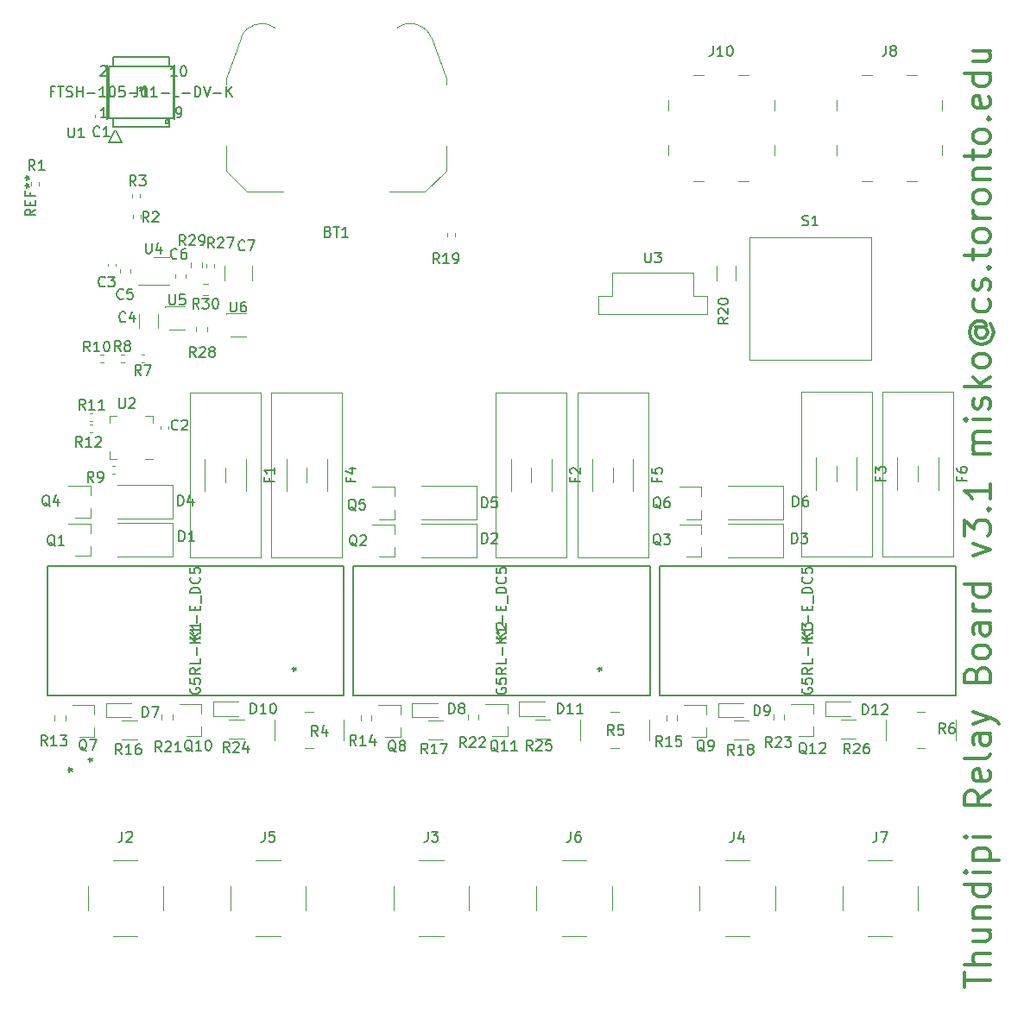
<source format=gbr>
%TF.GenerationSoftware,KiCad,Pcbnew,(5.1.9-0-10_14)*%
%TF.CreationDate,2021-05-25T14:21:41-07:00*%
%TF.ProjectId,tp_radio_board,74705f72-6164-4696-9f5f-626f6172642e,rev?*%
%TF.SameCoordinates,Original*%
%TF.FileFunction,Legend,Top*%
%TF.FilePolarity,Positive*%
%FSLAX46Y46*%
G04 Gerber Fmt 4.6, Leading zero omitted, Abs format (unit mm)*
G04 Created by KiCad (PCBNEW (5.1.9-0-10_14)) date 2021-05-25 14:21:41*
%MOMM*%
%LPD*%
G01*
G04 APERTURE LIST*
%ADD10C,0.300000*%
%ADD11C,0.152400*%
%ADD12C,0.120000*%
%ADD13C,0.150000*%
G04 APERTURE END LIST*
D10*
X114630952Y-188583333D02*
X114630952Y-187154761D01*
X117130952Y-187869047D02*
X114630952Y-187869047D01*
X117130952Y-186321428D02*
X114630952Y-186321428D01*
X117130952Y-185250000D02*
X115821428Y-185250000D01*
X115583333Y-185369047D01*
X115464285Y-185607142D01*
X115464285Y-185964285D01*
X115583333Y-186202380D01*
X115702380Y-186321428D01*
X115464285Y-182988095D02*
X117130952Y-182988095D01*
X115464285Y-184059523D02*
X116773809Y-184059523D01*
X117011904Y-183940476D01*
X117130952Y-183702380D01*
X117130952Y-183345238D01*
X117011904Y-183107142D01*
X116892857Y-182988095D01*
X115464285Y-181797619D02*
X117130952Y-181797619D01*
X115702380Y-181797619D02*
X115583333Y-181678571D01*
X115464285Y-181440476D01*
X115464285Y-181083333D01*
X115583333Y-180845238D01*
X115821428Y-180726190D01*
X117130952Y-180726190D01*
X117130952Y-178464285D02*
X114630952Y-178464285D01*
X117011904Y-178464285D02*
X117130952Y-178702380D01*
X117130952Y-179178571D01*
X117011904Y-179416666D01*
X116892857Y-179535714D01*
X116654761Y-179654761D01*
X115940476Y-179654761D01*
X115702380Y-179535714D01*
X115583333Y-179416666D01*
X115464285Y-179178571D01*
X115464285Y-178702380D01*
X115583333Y-178464285D01*
X117130952Y-177273809D02*
X115464285Y-177273809D01*
X114630952Y-177273809D02*
X114750000Y-177392857D01*
X114869047Y-177273809D01*
X114750000Y-177154761D01*
X114630952Y-177273809D01*
X114869047Y-177273809D01*
X115464285Y-176083333D02*
X117964285Y-176083333D01*
X115583333Y-176083333D02*
X115464285Y-175845238D01*
X115464285Y-175369047D01*
X115583333Y-175130952D01*
X115702380Y-175011904D01*
X115940476Y-174892857D01*
X116654761Y-174892857D01*
X116892857Y-175011904D01*
X117011904Y-175130952D01*
X117130952Y-175369047D01*
X117130952Y-175845238D01*
X117011904Y-176083333D01*
X117130952Y-173821428D02*
X115464285Y-173821428D01*
X114630952Y-173821428D02*
X114750000Y-173940476D01*
X114869047Y-173821428D01*
X114750000Y-173702380D01*
X114630952Y-173821428D01*
X114869047Y-173821428D01*
X117130952Y-169297619D02*
X115940476Y-170130952D01*
X117130952Y-170726190D02*
X114630952Y-170726190D01*
X114630952Y-169773809D01*
X114750000Y-169535714D01*
X114869047Y-169416666D01*
X115107142Y-169297619D01*
X115464285Y-169297619D01*
X115702380Y-169416666D01*
X115821428Y-169535714D01*
X115940476Y-169773809D01*
X115940476Y-170726190D01*
X117011904Y-167273809D02*
X117130952Y-167511904D01*
X117130952Y-167988095D01*
X117011904Y-168226190D01*
X116773809Y-168345238D01*
X115821428Y-168345238D01*
X115583333Y-168226190D01*
X115464285Y-167988095D01*
X115464285Y-167511904D01*
X115583333Y-167273809D01*
X115821428Y-167154761D01*
X116059523Y-167154761D01*
X116297619Y-168345238D01*
X117130952Y-165726190D02*
X117011904Y-165964285D01*
X116773809Y-166083333D01*
X114630952Y-166083333D01*
X117130952Y-163702380D02*
X115821428Y-163702380D01*
X115583333Y-163821428D01*
X115464285Y-164059523D01*
X115464285Y-164535714D01*
X115583333Y-164773809D01*
X117011904Y-163702380D02*
X117130952Y-163940476D01*
X117130952Y-164535714D01*
X117011904Y-164773809D01*
X116773809Y-164892857D01*
X116535714Y-164892857D01*
X116297619Y-164773809D01*
X116178571Y-164535714D01*
X116178571Y-163940476D01*
X116059523Y-163702380D01*
X115464285Y-162750000D02*
X117130952Y-162154761D01*
X115464285Y-161559523D02*
X117130952Y-162154761D01*
X117726190Y-162392857D01*
X117845238Y-162511904D01*
X117964285Y-162750000D01*
X115821428Y-157869047D02*
X115940476Y-157511904D01*
X116059523Y-157392857D01*
X116297619Y-157273809D01*
X116654761Y-157273809D01*
X116892857Y-157392857D01*
X117011904Y-157511904D01*
X117130952Y-157750000D01*
X117130952Y-158702380D01*
X114630952Y-158702380D01*
X114630952Y-157869047D01*
X114750000Y-157630952D01*
X114869047Y-157511904D01*
X115107142Y-157392857D01*
X115345238Y-157392857D01*
X115583333Y-157511904D01*
X115702380Y-157630952D01*
X115821428Y-157869047D01*
X115821428Y-158702380D01*
X117130952Y-155845238D02*
X117011904Y-156083333D01*
X116892857Y-156202380D01*
X116654761Y-156321428D01*
X115940476Y-156321428D01*
X115702380Y-156202380D01*
X115583333Y-156083333D01*
X115464285Y-155845238D01*
X115464285Y-155488095D01*
X115583333Y-155250000D01*
X115702380Y-155130952D01*
X115940476Y-155011904D01*
X116654761Y-155011904D01*
X116892857Y-155130952D01*
X117011904Y-155250000D01*
X117130952Y-155488095D01*
X117130952Y-155845238D01*
X117130952Y-152869047D02*
X115821428Y-152869047D01*
X115583333Y-152988095D01*
X115464285Y-153226190D01*
X115464285Y-153702380D01*
X115583333Y-153940476D01*
X117011904Y-152869047D02*
X117130952Y-153107142D01*
X117130952Y-153702380D01*
X117011904Y-153940476D01*
X116773809Y-154059523D01*
X116535714Y-154059523D01*
X116297619Y-153940476D01*
X116178571Y-153702380D01*
X116178571Y-153107142D01*
X116059523Y-152869047D01*
X117130952Y-151678571D02*
X115464285Y-151678571D01*
X115940476Y-151678571D02*
X115702380Y-151559523D01*
X115583333Y-151440476D01*
X115464285Y-151202380D01*
X115464285Y-150964285D01*
X117130952Y-149059523D02*
X114630952Y-149059523D01*
X117011904Y-149059523D02*
X117130952Y-149297619D01*
X117130952Y-149773809D01*
X117011904Y-150011904D01*
X116892857Y-150130952D01*
X116654761Y-150250000D01*
X115940476Y-150250000D01*
X115702380Y-150130952D01*
X115583333Y-150011904D01*
X115464285Y-149773809D01*
X115464285Y-149297619D01*
X115583333Y-149059523D01*
X115464285Y-146202380D02*
X117130952Y-145607142D01*
X115464285Y-145011904D01*
X114630952Y-144297619D02*
X114630952Y-142750000D01*
X115583333Y-143583333D01*
X115583333Y-143226190D01*
X115702380Y-142988095D01*
X115821428Y-142869047D01*
X116059523Y-142750000D01*
X116654761Y-142750000D01*
X116892857Y-142869047D01*
X117011904Y-142988095D01*
X117130952Y-143226190D01*
X117130952Y-143940476D01*
X117011904Y-144178571D01*
X116892857Y-144297619D01*
X116892857Y-141678571D02*
X117011904Y-141559523D01*
X117130952Y-141678571D01*
X117011904Y-141797619D01*
X116892857Y-141678571D01*
X117130952Y-141678571D01*
X117130952Y-139178571D02*
X117130952Y-140607142D01*
X117130952Y-139892857D02*
X114630952Y-139892857D01*
X114988095Y-140130952D01*
X115226190Y-140369047D01*
X115345238Y-140607142D01*
X117130952Y-136202380D02*
X115464285Y-136202380D01*
X115702380Y-136202380D02*
X115583333Y-136083333D01*
X115464285Y-135845238D01*
X115464285Y-135488095D01*
X115583333Y-135250000D01*
X115821428Y-135130952D01*
X117130952Y-135130952D01*
X115821428Y-135130952D02*
X115583333Y-135011904D01*
X115464285Y-134773809D01*
X115464285Y-134416666D01*
X115583333Y-134178571D01*
X115821428Y-134059523D01*
X117130952Y-134059523D01*
X117130952Y-132869047D02*
X115464285Y-132869047D01*
X114630952Y-132869047D02*
X114750000Y-132988095D01*
X114869047Y-132869047D01*
X114750000Y-132750000D01*
X114630952Y-132869047D01*
X114869047Y-132869047D01*
X117011904Y-131797619D02*
X117130952Y-131559523D01*
X117130952Y-131083333D01*
X117011904Y-130845238D01*
X116773809Y-130726190D01*
X116654761Y-130726190D01*
X116416666Y-130845238D01*
X116297619Y-131083333D01*
X116297619Y-131440476D01*
X116178571Y-131678571D01*
X115940476Y-131797619D01*
X115821428Y-131797619D01*
X115583333Y-131678571D01*
X115464285Y-131440476D01*
X115464285Y-131083333D01*
X115583333Y-130845238D01*
X117130952Y-129654761D02*
X114630952Y-129654761D01*
X116178571Y-129416666D02*
X117130952Y-128702380D01*
X115464285Y-128702380D02*
X116416666Y-129654761D01*
X117130952Y-127273809D02*
X117011904Y-127511904D01*
X116892857Y-127630952D01*
X116654761Y-127750000D01*
X115940476Y-127750000D01*
X115702380Y-127630952D01*
X115583333Y-127511904D01*
X115464285Y-127273809D01*
X115464285Y-126916666D01*
X115583333Y-126678571D01*
X115702380Y-126559523D01*
X115940476Y-126440476D01*
X116654761Y-126440476D01*
X116892857Y-126559523D01*
X117011904Y-126678571D01*
X117130952Y-126916666D01*
X117130952Y-127273809D01*
X115940476Y-123821428D02*
X115821428Y-123940476D01*
X115702380Y-124178571D01*
X115702380Y-124416666D01*
X115821428Y-124654761D01*
X115940476Y-124773809D01*
X116178571Y-124892857D01*
X116416666Y-124892857D01*
X116654761Y-124773809D01*
X116773809Y-124654761D01*
X116892857Y-124416666D01*
X116892857Y-124178571D01*
X116773809Y-123940476D01*
X116654761Y-123821428D01*
X115702380Y-123821428D02*
X116654761Y-123821428D01*
X116773809Y-123702380D01*
X116773809Y-123583333D01*
X116654761Y-123345238D01*
X116416666Y-123226190D01*
X115821428Y-123226190D01*
X115464285Y-123464285D01*
X115226190Y-123821428D01*
X115107142Y-124297619D01*
X115226190Y-124773809D01*
X115464285Y-125130952D01*
X115821428Y-125369047D01*
X116297619Y-125488095D01*
X116773809Y-125369047D01*
X117130952Y-125130952D01*
X117369047Y-124773809D01*
X117488095Y-124297619D01*
X117369047Y-123821428D01*
X117130952Y-123464285D01*
X117011904Y-121083333D02*
X117130952Y-121321428D01*
X117130952Y-121797619D01*
X117011904Y-122035714D01*
X116892857Y-122154761D01*
X116654761Y-122273809D01*
X115940476Y-122273809D01*
X115702380Y-122154761D01*
X115583333Y-122035714D01*
X115464285Y-121797619D01*
X115464285Y-121321428D01*
X115583333Y-121083333D01*
X117011904Y-120130952D02*
X117130952Y-119892857D01*
X117130952Y-119416666D01*
X117011904Y-119178571D01*
X116773809Y-119059523D01*
X116654761Y-119059523D01*
X116416666Y-119178571D01*
X116297619Y-119416666D01*
X116297619Y-119773809D01*
X116178571Y-120011904D01*
X115940476Y-120130952D01*
X115821428Y-120130952D01*
X115583333Y-120011904D01*
X115464285Y-119773809D01*
X115464285Y-119416666D01*
X115583333Y-119178571D01*
X116892857Y-117988095D02*
X117011904Y-117869047D01*
X117130952Y-117988095D01*
X117011904Y-118107142D01*
X116892857Y-117988095D01*
X117130952Y-117988095D01*
X115464285Y-117154761D02*
X115464285Y-116202380D01*
X114630952Y-116797619D02*
X116773809Y-116797619D01*
X117011904Y-116678571D01*
X117130952Y-116440476D01*
X117130952Y-116202380D01*
X117130952Y-115011904D02*
X117011904Y-115250000D01*
X116892857Y-115369047D01*
X116654761Y-115488095D01*
X115940476Y-115488095D01*
X115702380Y-115369047D01*
X115583333Y-115250000D01*
X115464285Y-115011904D01*
X115464285Y-114654761D01*
X115583333Y-114416666D01*
X115702380Y-114297619D01*
X115940476Y-114178571D01*
X116654761Y-114178571D01*
X116892857Y-114297619D01*
X117011904Y-114416666D01*
X117130952Y-114654761D01*
X117130952Y-115011904D01*
X117130952Y-113107142D02*
X115464285Y-113107142D01*
X115940476Y-113107142D02*
X115702380Y-112988095D01*
X115583333Y-112869047D01*
X115464285Y-112630952D01*
X115464285Y-112392857D01*
X117130952Y-111202380D02*
X117011904Y-111440476D01*
X116892857Y-111559523D01*
X116654761Y-111678571D01*
X115940476Y-111678571D01*
X115702380Y-111559523D01*
X115583333Y-111440476D01*
X115464285Y-111202380D01*
X115464285Y-110845238D01*
X115583333Y-110607142D01*
X115702380Y-110488095D01*
X115940476Y-110369047D01*
X116654761Y-110369047D01*
X116892857Y-110488095D01*
X117011904Y-110607142D01*
X117130952Y-110845238D01*
X117130952Y-111202380D01*
X115464285Y-109297619D02*
X117130952Y-109297619D01*
X115702380Y-109297619D02*
X115583333Y-109178571D01*
X115464285Y-108940476D01*
X115464285Y-108583333D01*
X115583333Y-108345238D01*
X115821428Y-108226190D01*
X117130952Y-108226190D01*
X115464285Y-107392857D02*
X115464285Y-106440476D01*
X114630952Y-107035714D02*
X116773809Y-107035714D01*
X117011904Y-106916666D01*
X117130952Y-106678571D01*
X117130952Y-106440476D01*
X117130952Y-105250000D02*
X117011904Y-105488095D01*
X116892857Y-105607142D01*
X116654761Y-105726190D01*
X115940476Y-105726190D01*
X115702380Y-105607142D01*
X115583333Y-105488095D01*
X115464285Y-105250000D01*
X115464285Y-104892857D01*
X115583333Y-104654761D01*
X115702380Y-104535714D01*
X115940476Y-104416666D01*
X116654761Y-104416666D01*
X116892857Y-104535714D01*
X117011904Y-104654761D01*
X117130952Y-104892857D01*
X117130952Y-105250000D01*
X116892857Y-103345238D02*
X117011904Y-103226190D01*
X117130952Y-103345238D01*
X117011904Y-103464285D01*
X116892857Y-103345238D01*
X117130952Y-103345238D01*
X117011904Y-101202380D02*
X117130952Y-101440476D01*
X117130952Y-101916666D01*
X117011904Y-102154761D01*
X116773809Y-102273809D01*
X115821428Y-102273809D01*
X115583333Y-102154761D01*
X115464285Y-101916666D01*
X115464285Y-101440476D01*
X115583333Y-101202380D01*
X115821428Y-101083333D01*
X116059523Y-101083333D01*
X116297619Y-102273809D01*
X117130952Y-98940476D02*
X114630952Y-98940476D01*
X117011904Y-98940476D02*
X117130952Y-99178571D01*
X117130952Y-99654761D01*
X117011904Y-99892857D01*
X116892857Y-100011904D01*
X116654761Y-100130952D01*
X115940476Y-100130952D01*
X115702380Y-100011904D01*
X115583333Y-99892857D01*
X115464285Y-99654761D01*
X115464285Y-99178571D01*
X115583333Y-98940476D01*
X115464285Y-96678571D02*
X117130952Y-96678571D01*
X115464285Y-97750000D02*
X116773809Y-97750000D01*
X117011904Y-97630952D01*
X117130952Y-97392857D01*
X117130952Y-97035714D01*
X117011904Y-96797619D01*
X116892857Y-96678571D01*
D11*
%TO.C,J1*%
X37055000Y-103280000D02*
X30705000Y-103280000D01*
X37055000Y-98200000D02*
X37055000Y-103280000D01*
X30705000Y-98200000D02*
X37055000Y-98200000D01*
X30705000Y-103280000D02*
X30705000Y-98200000D01*
X31136800Y-103280000D02*
X30705000Y-103280000D01*
X31136800Y-104169000D02*
X31136800Y-103280000D01*
X36623200Y-104169000D02*
X31136800Y-104169000D01*
X36623200Y-103280000D02*
X36623200Y-104169000D01*
X37055000Y-103280000D02*
X36623200Y-103280000D01*
X36623200Y-98200000D02*
X37055000Y-98200000D01*
X36623200Y-97311000D02*
X36623200Y-98200000D01*
X31136800Y-97311000D02*
X36623200Y-97311000D01*
X31136800Y-98200000D02*
X31136800Y-97311000D01*
X30705000Y-98200000D02*
X31136800Y-98200000D01*
X36547000Y-103470500D02*
X36293000Y-103470500D01*
X36547000Y-103851500D02*
X36547000Y-103470500D01*
X36293000Y-103851500D02*
X36547000Y-103851500D01*
X36293000Y-103470500D02*
X36293000Y-103851500D01*
X30578000Y-98073000D02*
X30578000Y-103407000D01*
X37182000Y-103407000D02*
X37182000Y-98073000D01*
X30705000Y-105695540D02*
X31301900Y-104501740D01*
X31975000Y-105695540D02*
X30705000Y-105695540D01*
X31378100Y-104501740D02*
X31975000Y-105695540D01*
%TO.C,K2*%
X83767001Y-159977000D02*
X83767001Y-147223000D01*
X83767001Y-147223000D02*
X54713007Y-147223000D01*
X54713007Y-147223000D02*
X54713007Y-159977000D01*
X54713007Y-159977000D02*
X83767001Y-159977000D01*
%TO.C,K3*%
X84713007Y-159977000D02*
X113767001Y-159977000D01*
X84713007Y-147223000D02*
X84713007Y-159977000D01*
X113767001Y-147223000D02*
X84713007Y-147223000D01*
X113767001Y-159977000D02*
X113767001Y-147223000D01*
%TO.C,K1*%
X24713007Y-159977000D02*
X53767001Y-159977000D01*
X24713007Y-147223000D02*
X24713007Y-159977000D01*
X53767001Y-147223000D02*
X24713007Y-147223000D01*
X53767001Y-159977000D02*
X53767001Y-147223000D01*
D12*
%TO.C,D12*%
X103440000Y-160565000D02*
X100955000Y-160565000D01*
X100955000Y-160565000D02*
X100955000Y-161935000D01*
X100955000Y-161935000D02*
X103440000Y-161935000D01*
%TO.C,D11*%
X73440000Y-160565000D02*
X70955000Y-160565000D01*
X70955000Y-160565000D02*
X70955000Y-161935000D01*
X70955000Y-161935000D02*
X73440000Y-161935000D01*
%TO.C,D10*%
X43440000Y-160565000D02*
X40955000Y-160565000D01*
X40955000Y-160565000D02*
X40955000Y-161935000D01*
X40955000Y-161935000D02*
X43440000Y-161935000D01*
%TO.C,R24*%
X43967064Y-164160000D02*
X42512936Y-164160000D01*
X43967064Y-162340000D02*
X42512936Y-162340000D01*
%TO.C,R26*%
X103967064Y-164160000D02*
X102512936Y-164160000D01*
X103967064Y-162340000D02*
X102512936Y-162340000D01*
%TO.C,R25*%
X73967064Y-164160000D02*
X72512936Y-164160000D01*
X73967064Y-162340000D02*
X72512936Y-162340000D01*
%TO.C,R21*%
X35917500Y-162287258D02*
X35917500Y-161812742D01*
X36962500Y-162287258D02*
X36962500Y-161812742D01*
%TO.C,R23*%
X95917500Y-162287258D02*
X95917500Y-161812742D01*
X96962500Y-162287258D02*
X96962500Y-161812742D01*
%TO.C,R22*%
X65917500Y-162287258D02*
X65917500Y-161812742D01*
X66962500Y-162287258D02*
X66962500Y-161812742D01*
%TO.C,R16*%
X33467064Y-164260000D02*
X32012936Y-164260000D01*
X33467064Y-162440000D02*
X32012936Y-162440000D01*
%TO.C,R18*%
X93467064Y-164260000D02*
X92012936Y-164260000D01*
X93467064Y-162440000D02*
X92012936Y-162440000D01*
%TO.C,R17*%
X63467064Y-164260000D02*
X62012936Y-164260000D01*
X63467064Y-162440000D02*
X62012936Y-162440000D01*
%TO.C,R13*%
X25417500Y-162387258D02*
X25417500Y-161912742D01*
X26462500Y-162387258D02*
X26462500Y-161912742D01*
%TO.C,R15*%
X85417500Y-162387258D02*
X85417500Y-161912742D01*
X86462500Y-162387258D02*
X86462500Y-161912742D01*
%TO.C,R14*%
X55417500Y-162387258D02*
X55417500Y-161912742D01*
X56462500Y-162387258D02*
X56462500Y-161912742D01*
%TO.C,Q10*%
X39800000Y-163930000D02*
X39800000Y-163000000D01*
X39800000Y-160770000D02*
X39800000Y-161700000D01*
X39800000Y-160770000D02*
X37640000Y-160770000D01*
X39800000Y-163930000D02*
X38340000Y-163930000D01*
%TO.C,Q12*%
X99800000Y-163930000D02*
X99800000Y-163000000D01*
X99800000Y-160770000D02*
X99800000Y-161700000D01*
X99800000Y-160770000D02*
X97640000Y-160770000D01*
X99800000Y-163930000D02*
X98340000Y-163930000D01*
%TO.C,Q11*%
X69800000Y-163930000D02*
X69800000Y-163000000D01*
X69800000Y-160770000D02*
X69800000Y-161700000D01*
X69800000Y-160770000D02*
X67640000Y-160770000D01*
X69800000Y-163930000D02*
X68340000Y-163930000D01*
%TO.C,Q7*%
X29300000Y-164030000D02*
X29300000Y-163100000D01*
X29300000Y-160870000D02*
X29300000Y-161800000D01*
X29300000Y-160870000D02*
X27140000Y-160870000D01*
X29300000Y-164030000D02*
X27840000Y-164030000D01*
%TO.C,Q9*%
X89300000Y-164030000D02*
X89300000Y-163100000D01*
X89300000Y-160870000D02*
X89300000Y-161800000D01*
X89300000Y-160870000D02*
X87140000Y-160870000D01*
X89300000Y-164030000D02*
X87840000Y-164030000D01*
%TO.C,Q8*%
X59300000Y-164030000D02*
X59300000Y-163100000D01*
X59300000Y-160870000D02*
X59300000Y-161800000D01*
X59300000Y-160870000D02*
X57140000Y-160870000D01*
X59300000Y-164030000D02*
X57840000Y-164030000D01*
%TO.C,D7*%
X32940000Y-160665000D02*
X30455000Y-160665000D01*
X30455000Y-160665000D02*
X30455000Y-162035000D01*
X30455000Y-162035000D02*
X32940000Y-162035000D01*
%TO.C,D9*%
X92940000Y-160665000D02*
X90455000Y-160665000D01*
X90455000Y-160665000D02*
X90455000Y-162035000D01*
X90455000Y-162035000D02*
X92940000Y-162035000D01*
%TO.C,D8*%
X62940000Y-160665000D02*
X60455000Y-160665000D01*
X60455000Y-160665000D02*
X60455000Y-162035000D01*
X60455000Y-162035000D02*
X62940000Y-162035000D01*
%TO.C,J10*%
X88050000Y-99050000D02*
X89050000Y-99050000D01*
X92450000Y-99050000D02*
X93450000Y-99050000D01*
X95950000Y-102550000D02*
X95950000Y-101550000D01*
X95950000Y-106950000D02*
X95950000Y-105950000D01*
X92450000Y-109450000D02*
X93450000Y-109450000D01*
X88050000Y-109450000D02*
X89050000Y-109450000D01*
X85550000Y-105950000D02*
X85550000Y-106950000D01*
X85550000Y-101550000D02*
X85550000Y-102550000D01*
%TO.C,J8*%
X104550000Y-99050000D02*
X105550000Y-99050000D01*
X108950000Y-99050000D02*
X109950000Y-99050000D01*
X112450000Y-102550000D02*
X112450000Y-101550000D01*
X112450000Y-106950000D02*
X112450000Y-105950000D01*
X108950000Y-109450000D02*
X109950000Y-109450000D01*
X104550000Y-109450000D02*
X105550000Y-109450000D01*
X102050000Y-105950000D02*
X102050000Y-106950000D01*
X102050000Y-101550000D02*
X102050000Y-102550000D01*
%TO.C,J7*%
X105140000Y-176150000D02*
X107540000Y-176150000D01*
X102640000Y-181050000D02*
X102640000Y-178650000D01*
X107540000Y-183550000D02*
X105140000Y-183550000D01*
X110040000Y-178650000D02*
X110040000Y-181050000D01*
%TO.C,J6*%
X75140000Y-176150000D02*
X77540000Y-176150000D01*
X72640000Y-181050000D02*
X72640000Y-178650000D01*
X77540000Y-183550000D02*
X75140000Y-183550000D01*
X80040000Y-178650000D02*
X80040000Y-181050000D01*
%TO.C,J5*%
X45140000Y-176150000D02*
X47540000Y-176150000D01*
X42640000Y-181050000D02*
X42640000Y-178650000D01*
X47540000Y-183550000D02*
X45140000Y-183550000D01*
X50040000Y-178650000D02*
X50040000Y-181050000D01*
%TO.C,J4*%
X91140000Y-176150000D02*
X93540000Y-176150000D01*
X88640000Y-181050000D02*
X88640000Y-178650000D01*
X93540000Y-183550000D02*
X91140000Y-183550000D01*
X96040000Y-178650000D02*
X96040000Y-181050000D01*
%TO.C,J3*%
X61140000Y-176150000D02*
X63540000Y-176150000D01*
X58640000Y-181050000D02*
X58640000Y-178650000D01*
X63540000Y-183550000D02*
X61140000Y-183550000D01*
X66040000Y-178650000D02*
X66040000Y-181050000D01*
%TO.C,J2*%
X31140000Y-176150000D02*
X33540000Y-176150000D01*
X28640000Y-181050000D02*
X28640000Y-178650000D01*
X33540000Y-183550000D02*
X31140000Y-183550000D01*
X36040000Y-178650000D02*
X36040000Y-181050000D01*
%TO.C,R20*%
X90340000Y-119227064D02*
X90340000Y-117772936D01*
X92160000Y-119227064D02*
X92160000Y-117772936D01*
%TO.C,R19*%
X63870000Y-114883641D02*
X63870000Y-114576359D01*
X64630000Y-114883641D02*
X64630000Y-114576359D01*
%TO.C,F6*%
X113520000Y-130110000D02*
X106580000Y-130110000D01*
X106580000Y-130110000D02*
X106580000Y-146310000D01*
X106580000Y-146310000D02*
X113520000Y-146310000D01*
X113520000Y-146310000D02*
X113520000Y-130110000D01*
X110050000Y-137460000D02*
X110050000Y-138960000D01*
X108050000Y-139810000D02*
X108050000Y-136610000D01*
X112050000Y-136610000D02*
X112050000Y-139810000D01*
%TO.C,F5*%
X83610000Y-130210000D02*
X76670000Y-130210000D01*
X76670000Y-130210000D02*
X76670000Y-146410000D01*
X76670000Y-146410000D02*
X83610000Y-146410000D01*
X83610000Y-146410000D02*
X83610000Y-130210000D01*
X80140000Y-137560000D02*
X80140000Y-139060000D01*
X78140000Y-139910000D02*
X78140000Y-136710000D01*
X82140000Y-136710000D02*
X82140000Y-139910000D01*
%TO.C,F4*%
X53610000Y-130210000D02*
X46670000Y-130210000D01*
X46670000Y-130210000D02*
X46670000Y-146410000D01*
X46670000Y-146410000D02*
X53610000Y-146410000D01*
X53610000Y-146410000D02*
X53610000Y-130210000D01*
X50140000Y-137560000D02*
X50140000Y-139060000D01*
X48140000Y-139910000D02*
X48140000Y-136710000D01*
X52140000Y-136710000D02*
X52140000Y-139910000D01*
%TO.C,U6*%
X44150000Y-124750000D02*
X42650000Y-124750000D01*
X42200000Y-122450000D02*
X42200000Y-122550000D01*
X42200000Y-122450000D02*
X44150000Y-122450000D01*
%TO.C,U5*%
X38150000Y-124050000D02*
X36650000Y-124050000D01*
X36200000Y-121750000D02*
X36200000Y-121850000D01*
X36200000Y-121750000D02*
X38150000Y-121750000D01*
%TO.C,U4*%
X33600000Y-119660000D02*
X36600000Y-119660000D01*
X35100000Y-116940000D02*
X36600000Y-116940000D01*
%TO.C,U3*%
X87990000Y-120710000D02*
X89380000Y-120710000D01*
X87990000Y-118470000D02*
X87990000Y-120710000D01*
X80110000Y-118470000D02*
X87990000Y-118470000D01*
X80110000Y-120710000D02*
X80110000Y-118470000D01*
X78710000Y-120710000D02*
X80110000Y-120710000D01*
X78710000Y-120720000D02*
X78710000Y-122490000D01*
X78710000Y-122490000D02*
X89380000Y-122490000D01*
X89380000Y-122490000D02*
X89380000Y-120710000D01*
%TO.C,R30*%
X40437258Y-119577500D02*
X39962742Y-119577500D01*
X40437258Y-120622500D02*
X39962742Y-120622500D01*
%TO.C,R29*%
X38777500Y-117462742D02*
X38777500Y-117937258D01*
X39822500Y-117462742D02*
X39822500Y-117937258D01*
%TO.C,R28*%
X40322500Y-124237258D02*
X40322500Y-123762742D01*
X39277500Y-124237258D02*
X39277500Y-123762742D01*
%TO.C,R27*%
X40320000Y-117646359D02*
X40320000Y-117953641D01*
X41080000Y-117646359D02*
X41080000Y-117953641D01*
%TO.C,R12*%
X28831359Y-134115000D02*
X29138641Y-134115000D01*
X28831359Y-133355000D02*
X29138641Y-133355000D01*
%TO.C,R11*%
X28831359Y-133015000D02*
X29138641Y-133015000D01*
X28831359Y-132255000D02*
X29138641Y-132255000D01*
%TO.C,R10*%
X29891359Y-127265000D02*
X30198641Y-127265000D01*
X29891359Y-126505000D02*
X30198641Y-126505000D01*
%TO.C,R9*%
X31031359Y-138215000D02*
X31338641Y-138215000D01*
X31031359Y-137455000D02*
X31338641Y-137455000D01*
%TO.C,R8*%
X31891359Y-127265000D02*
X32198641Y-127265000D01*
X31891359Y-126505000D02*
X32198641Y-126505000D01*
%TO.C,R7*%
X34198641Y-126505000D02*
X33891359Y-126505000D01*
X34198641Y-127265000D02*
X33891359Y-127265000D01*
%TO.C,R4*%
X53740000Y-162350000D02*
X53740000Y-164350000D01*
X50740000Y-165150000D02*
X49940000Y-165150000D01*
X49940000Y-161550000D02*
X50740000Y-161550000D01*
X46940000Y-162350000D02*
X46940000Y-164350000D01*
%TO.C,R5*%
X83740000Y-162350000D02*
X83740000Y-164350000D01*
X80740000Y-165150000D02*
X79940000Y-165150000D01*
X79940000Y-161550000D02*
X80740000Y-161550000D01*
X76940000Y-162350000D02*
X76940000Y-164350000D01*
%TO.C,R3*%
X33800000Y-111063641D02*
X33800000Y-110756359D01*
X33040000Y-111063641D02*
X33040000Y-110756359D01*
%TO.C,R2*%
X33050000Y-112776359D02*
X33050000Y-113083641D01*
X33810000Y-112776359D02*
X33810000Y-113083641D01*
%TO.C,R1*%
X23080000Y-109556359D02*
X23080000Y-109863641D01*
X23840000Y-109556359D02*
X23840000Y-109863641D01*
%TO.C,Q6*%
X88800000Y-142630000D02*
X87340000Y-142630000D01*
X88800000Y-139470000D02*
X86640000Y-139470000D01*
X88800000Y-139470000D02*
X88800000Y-140400000D01*
X88800000Y-142630000D02*
X88800000Y-141700000D01*
%TO.C,Q3*%
X88800000Y-146330000D02*
X87340000Y-146330000D01*
X88800000Y-143170000D02*
X86640000Y-143170000D01*
X88800000Y-143170000D02*
X88800000Y-144100000D01*
X88800000Y-146330000D02*
X88800000Y-145400000D01*
%TO.C,Q4*%
X28900000Y-142530000D02*
X27440000Y-142530000D01*
X28900000Y-139370000D02*
X26740000Y-139370000D01*
X28900000Y-139370000D02*
X28900000Y-140300000D01*
X28900000Y-142530000D02*
X28900000Y-141600000D01*
%TO.C,Q1*%
X28900000Y-146230000D02*
X27440000Y-146230000D01*
X28900000Y-143070000D02*
X26740000Y-143070000D01*
X28900000Y-143070000D02*
X28900000Y-144000000D01*
X28900000Y-146230000D02*
X28900000Y-145300000D01*
%TO.C,F3*%
X104050000Y-136610000D02*
X104050000Y-139810000D01*
X100050000Y-139810000D02*
X100050000Y-136610000D01*
X102050000Y-137460000D02*
X102050000Y-138960000D01*
X105520000Y-146310000D02*
X105520000Y-130110000D01*
X98580000Y-146310000D02*
X105520000Y-146310000D01*
X98580000Y-130110000D02*
X98580000Y-146310000D01*
X105520000Y-130110000D02*
X98580000Y-130110000D01*
%TO.C,F2*%
X74140000Y-136710000D02*
X74140000Y-139910000D01*
X70140000Y-139910000D02*
X70140000Y-136710000D01*
X72140000Y-137560000D02*
X72140000Y-139060000D01*
X75610000Y-146410000D02*
X75610000Y-130210000D01*
X68670000Y-146410000D02*
X75610000Y-146410000D01*
X68670000Y-130210000D02*
X68670000Y-146410000D01*
X75610000Y-130210000D02*
X68670000Y-130210000D01*
%TO.C,F1*%
X44140000Y-136710000D02*
X44140000Y-139910000D01*
X40140000Y-139910000D02*
X40140000Y-136710000D01*
X42140000Y-137560000D02*
X42140000Y-139060000D01*
X45610000Y-146410000D02*
X45610000Y-130210000D01*
X38670000Y-146410000D02*
X45610000Y-146410000D01*
X38670000Y-130210000D02*
X38670000Y-146410000D01*
X45610000Y-130210000D02*
X38670000Y-130210000D01*
%TO.C,D6*%
X96840000Y-142700000D02*
X91440000Y-142700000D01*
X96840000Y-139400000D02*
X91440000Y-139400000D01*
X96840000Y-142700000D02*
X96840000Y-139400000D01*
%TO.C,D3*%
X96840000Y-146400000D02*
X91440000Y-146400000D01*
X96840000Y-143100000D02*
X91440000Y-143100000D01*
X96840000Y-146400000D02*
X96840000Y-143100000D01*
%TO.C,D4*%
X36940000Y-142600000D02*
X31540000Y-142600000D01*
X36940000Y-139300000D02*
X31540000Y-139300000D01*
X36940000Y-142600000D02*
X36940000Y-139300000D01*
%TO.C,D1*%
X36940000Y-146300000D02*
X31540000Y-146300000D01*
X36940000Y-143000000D02*
X31540000Y-143000000D01*
X36940000Y-146300000D02*
X36940000Y-143000000D01*
%TO.C,C7*%
X42040000Y-117788748D02*
X42040000Y-119211252D01*
X44760000Y-117788748D02*
X44760000Y-119211252D01*
%TO.C,C6*%
X37190000Y-118659420D02*
X37190000Y-118940580D01*
X38210000Y-118659420D02*
X38210000Y-118940580D01*
%TO.C,C5*%
X31790000Y-118159420D02*
X31790000Y-118440580D01*
X32810000Y-118159420D02*
X32810000Y-118440580D01*
%TO.C,C4*%
X33690000Y-122488748D02*
X33690000Y-123911252D01*
X35510000Y-122488748D02*
X35510000Y-123911252D01*
%TO.C,C3*%
X30640000Y-117592164D02*
X30640000Y-117807836D01*
X31360000Y-117592164D02*
X31360000Y-117807836D01*
%TO.C,C2*%
X36545000Y-133742836D02*
X36545000Y-133527164D01*
X35825000Y-133742836D02*
X35825000Y-133527164D01*
%TO.C,C1*%
X29370000Y-102972164D02*
X29370000Y-103187836D01*
X30090000Y-102972164D02*
X30090000Y-103187836D01*
%TO.C,BT1*%
X44300000Y-110540000D02*
X47800000Y-110540000D01*
X42220000Y-100000000D02*
X42220000Y-99370000D01*
X42220000Y-108460000D02*
X42220000Y-106000000D01*
X63780000Y-100000000D02*
X63780000Y-99370000D01*
X63780000Y-108460000D02*
X63780000Y-106000000D01*
X42220000Y-99370000D02*
X43660000Y-95420000D01*
X44300000Y-110540000D02*
X42220000Y-108460000D01*
X58200000Y-110540000D02*
X61700000Y-110540000D01*
X61700000Y-110540000D02*
X63780000Y-108460000D01*
X63780000Y-99370000D02*
X62340000Y-95420000D01*
X43674756Y-95411831D02*
G75*
G02*
X47000000Y-94450000I2015244J-738169D01*
G01*
X59003354Y-94433470D02*
G75*
G02*
X62340000Y-95420000I1306646J-1716530D01*
G01*
%TO.C,U2*%
X31475000Y-136715000D02*
X30775000Y-136715000D01*
X30775000Y-136715000D02*
X30775000Y-136015000D01*
X34295000Y-132495000D02*
X34995000Y-132495000D01*
X34995000Y-132495000D02*
X34995000Y-133195000D01*
X31475000Y-132495000D02*
X30775000Y-132495000D01*
X30775000Y-132495000D02*
X30775000Y-133195000D01*
X34295000Y-136715000D02*
X34995000Y-136715000D01*
%TO.C,S1*%
X93500000Y-115000000D02*
X93500000Y-127000000D01*
X105500000Y-115000000D02*
X105500000Y-127000000D01*
X93500000Y-127000000D02*
X105500000Y-127000000D01*
X93500000Y-115000000D02*
X105500000Y-115000000D01*
%TO.C,R6*%
X106940000Y-162350000D02*
X106940000Y-164350000D01*
X109940000Y-161550000D02*
X110740000Y-161550000D01*
X110740000Y-165150000D02*
X109940000Y-165150000D01*
X113740000Y-162350000D02*
X113740000Y-164350000D01*
%TO.C,Q5*%
X58700000Y-142630000D02*
X58700000Y-141700000D01*
X58700000Y-139470000D02*
X58700000Y-140400000D01*
X58700000Y-139470000D02*
X56540000Y-139470000D01*
X58700000Y-142630000D02*
X57240000Y-142630000D01*
%TO.C,Q2*%
X58700000Y-146330000D02*
X58700000Y-145400000D01*
X58700000Y-143170000D02*
X58700000Y-144100000D01*
X58700000Y-143170000D02*
X56540000Y-143170000D01*
X58700000Y-146330000D02*
X57240000Y-146330000D01*
%TO.C,D5*%
X66740000Y-142700000D02*
X66740000Y-139400000D01*
X66740000Y-139400000D02*
X61340000Y-139400000D01*
X66740000Y-142700000D02*
X61340000Y-142700000D01*
%TO.C,D2*%
X66740000Y-146400000D02*
X66740000Y-143100000D01*
X66740000Y-143100000D02*
X61340000Y-143100000D01*
X66740000Y-146400000D02*
X61340000Y-146400000D01*
%TO.C,REF\u002A\u002A*%
D13*
X23512380Y-112253333D02*
X23036190Y-112586666D01*
X23512380Y-112824761D02*
X22512380Y-112824761D01*
X22512380Y-112443809D01*
X22560000Y-112348571D01*
X22607619Y-112300952D01*
X22702857Y-112253333D01*
X22845714Y-112253333D01*
X22940952Y-112300952D01*
X22988571Y-112348571D01*
X23036190Y-112443809D01*
X23036190Y-112824761D01*
X22988571Y-111824761D02*
X22988571Y-111491428D01*
X23512380Y-111348571D02*
X23512380Y-111824761D01*
X22512380Y-111824761D01*
X22512380Y-111348571D01*
X22988571Y-110586666D02*
X22988571Y-110920000D01*
X23512380Y-110920000D02*
X22512380Y-110920000D01*
X22512380Y-110443809D01*
X22512380Y-109920000D02*
X22750476Y-109920000D01*
X22655238Y-110158095D02*
X22750476Y-109920000D01*
X22655238Y-109681904D01*
X22940952Y-110062857D02*
X22750476Y-109920000D01*
X22940952Y-109777142D01*
X22512380Y-109158095D02*
X22750476Y-109158095D01*
X22655238Y-109396190D02*
X22750476Y-109158095D01*
X22655238Y-108920000D01*
X22940952Y-109300952D02*
X22750476Y-109158095D01*
X22940952Y-109015238D01*
%TO.C,J1*%
X33546666Y-100192380D02*
X33546666Y-100906666D01*
X33499047Y-101049523D01*
X33403809Y-101144761D01*
X33260952Y-101192380D01*
X33165714Y-101192380D01*
X34546666Y-101192380D02*
X33975238Y-101192380D01*
X34260952Y-101192380D02*
X34260952Y-100192380D01*
X34165714Y-100335238D01*
X34070476Y-100430476D01*
X33975238Y-100478095D01*
X25332380Y-100668571D02*
X24999047Y-100668571D01*
X24999047Y-101192380D02*
X24999047Y-100192380D01*
X25475238Y-100192380D01*
X25713333Y-100192380D02*
X26284761Y-100192380D01*
X25999047Y-101192380D02*
X25999047Y-100192380D01*
X26570476Y-101144761D02*
X26713333Y-101192380D01*
X26951428Y-101192380D01*
X27046666Y-101144761D01*
X27094285Y-101097142D01*
X27141904Y-101001904D01*
X27141904Y-100906666D01*
X27094285Y-100811428D01*
X27046666Y-100763809D01*
X26951428Y-100716190D01*
X26760952Y-100668571D01*
X26665714Y-100620952D01*
X26618095Y-100573333D01*
X26570476Y-100478095D01*
X26570476Y-100382857D01*
X26618095Y-100287619D01*
X26665714Y-100240000D01*
X26760952Y-100192380D01*
X26999047Y-100192380D01*
X27141904Y-100240000D01*
X27570476Y-101192380D02*
X27570476Y-100192380D01*
X27570476Y-100668571D02*
X28141904Y-100668571D01*
X28141904Y-101192380D02*
X28141904Y-100192380D01*
X28618095Y-100811428D02*
X29380000Y-100811428D01*
X30380000Y-101192380D02*
X29808571Y-101192380D01*
X30094285Y-101192380D02*
X30094285Y-100192380D01*
X29999047Y-100335238D01*
X29903809Y-100430476D01*
X29808571Y-100478095D01*
X30999047Y-100192380D02*
X31094285Y-100192380D01*
X31189523Y-100240000D01*
X31237142Y-100287619D01*
X31284761Y-100382857D01*
X31332380Y-100573333D01*
X31332380Y-100811428D01*
X31284761Y-101001904D01*
X31237142Y-101097142D01*
X31189523Y-101144761D01*
X31094285Y-101192380D01*
X30999047Y-101192380D01*
X30903809Y-101144761D01*
X30856190Y-101097142D01*
X30808571Y-101001904D01*
X30760952Y-100811428D01*
X30760952Y-100573333D01*
X30808571Y-100382857D01*
X30856190Y-100287619D01*
X30903809Y-100240000D01*
X30999047Y-100192380D01*
X32237142Y-100192380D02*
X31760952Y-100192380D01*
X31713333Y-100668571D01*
X31760952Y-100620952D01*
X31856190Y-100573333D01*
X32094285Y-100573333D01*
X32189523Y-100620952D01*
X32237142Y-100668571D01*
X32284761Y-100763809D01*
X32284761Y-101001904D01*
X32237142Y-101097142D01*
X32189523Y-101144761D01*
X32094285Y-101192380D01*
X31856190Y-101192380D01*
X31760952Y-101144761D01*
X31713333Y-101097142D01*
X32713333Y-100811428D02*
X33475238Y-100811428D01*
X34141904Y-100192380D02*
X34237142Y-100192380D01*
X34332380Y-100240000D01*
X34380000Y-100287619D01*
X34427619Y-100382857D01*
X34475238Y-100573333D01*
X34475238Y-100811428D01*
X34427619Y-101001904D01*
X34380000Y-101097142D01*
X34332380Y-101144761D01*
X34237142Y-101192380D01*
X34141904Y-101192380D01*
X34046666Y-101144761D01*
X33999047Y-101097142D01*
X33951428Y-101001904D01*
X33903809Y-100811428D01*
X33903809Y-100573333D01*
X33951428Y-100382857D01*
X33999047Y-100287619D01*
X34046666Y-100240000D01*
X34141904Y-100192380D01*
X35427619Y-101192380D02*
X34856190Y-101192380D01*
X35141904Y-101192380D02*
X35141904Y-100192380D01*
X35046666Y-100335238D01*
X34951428Y-100430476D01*
X34856190Y-100478095D01*
X35856190Y-100811428D02*
X36618095Y-100811428D01*
X37570476Y-101192380D02*
X37094285Y-101192380D01*
X37094285Y-100192380D01*
X37903809Y-100811428D02*
X38665714Y-100811428D01*
X39141904Y-101192380D02*
X39141904Y-100192380D01*
X39380000Y-100192380D01*
X39522857Y-100240000D01*
X39618095Y-100335238D01*
X39665714Y-100430476D01*
X39713333Y-100620952D01*
X39713333Y-100763809D01*
X39665714Y-100954285D01*
X39618095Y-101049523D01*
X39522857Y-101144761D01*
X39380000Y-101192380D01*
X39141904Y-101192380D01*
X39999047Y-100192380D02*
X40332380Y-101192380D01*
X40665714Y-100192380D01*
X40999047Y-100811428D02*
X41760952Y-100811428D01*
X42237142Y-101192380D02*
X42237142Y-100192380D01*
X42808571Y-101192380D02*
X42380000Y-100620952D01*
X42808571Y-100192380D02*
X42237142Y-100763809D01*
X33880000Y-100192380D02*
X33880000Y-100430476D01*
X33641904Y-100335238D02*
X33880000Y-100430476D01*
X34118095Y-100335238D01*
X33737142Y-100620952D02*
X33880000Y-100430476D01*
X34022857Y-100620952D01*
X29911285Y-98255619D02*
X29958904Y-98208000D01*
X30054142Y-98160380D01*
X30292238Y-98160380D01*
X30387476Y-98208000D01*
X30435095Y-98255619D01*
X30482714Y-98350857D01*
X30482714Y-98446095D01*
X30435095Y-98588952D01*
X29863666Y-99160380D01*
X30482714Y-99160380D01*
X30482714Y-103224380D02*
X29911285Y-103224380D01*
X30197000Y-103224380D02*
X30197000Y-102224380D01*
X30101761Y-102367238D01*
X30006523Y-102462476D01*
X29911285Y-102510095D01*
X37372523Y-99160380D02*
X36801095Y-99160380D01*
X37086809Y-99160380D02*
X37086809Y-98160380D01*
X36991571Y-98303238D01*
X36896333Y-98398476D01*
X36801095Y-98446095D01*
X37991571Y-98160380D02*
X38086809Y-98160380D01*
X38182047Y-98208000D01*
X38229666Y-98255619D01*
X38277285Y-98350857D01*
X38324904Y-98541333D01*
X38324904Y-98779428D01*
X38277285Y-98969904D01*
X38229666Y-99065142D01*
X38182047Y-99112761D01*
X38086809Y-99160380D01*
X37991571Y-99160380D01*
X37896333Y-99112761D01*
X37848714Y-99065142D01*
X37801095Y-98969904D01*
X37753476Y-98779428D01*
X37753476Y-98541333D01*
X37801095Y-98350857D01*
X37848714Y-98255619D01*
X37896333Y-98208000D01*
X37991571Y-98160380D01*
X37372523Y-103224380D02*
X37563000Y-103224380D01*
X37658238Y-103176761D01*
X37705857Y-103129142D01*
X37801095Y-102986285D01*
X37848714Y-102795809D01*
X37848714Y-102414857D01*
X37801095Y-102319619D01*
X37753476Y-102272000D01*
X37658238Y-102224380D01*
X37467761Y-102224380D01*
X37372523Y-102272000D01*
X37324904Y-102319619D01*
X37277285Y-102414857D01*
X37277285Y-102652952D01*
X37324904Y-102748190D01*
X37372523Y-102795809D01*
X37467761Y-102843428D01*
X37658238Y-102843428D01*
X37753476Y-102795809D01*
X37801095Y-102748190D01*
X37848714Y-102652952D01*
%TO.C,K2*%
X69692384Y-154338095D02*
X68692384Y-154338095D01*
X69692384Y-153766666D02*
X69120956Y-154195238D01*
X68692384Y-153766666D02*
X69263813Y-154338095D01*
X68787623Y-153385714D02*
X68740004Y-153338095D01*
X68692384Y-153242857D01*
X68692384Y-153004761D01*
X68740004Y-152909523D01*
X68787623Y-152861904D01*
X68882861Y-152814285D01*
X68978099Y-152814285D01*
X69120956Y-152861904D01*
X69692384Y-153433333D01*
X69692384Y-152814285D01*
X68740004Y-159242857D02*
X68692384Y-159338095D01*
X68692384Y-159480952D01*
X68740004Y-159623809D01*
X68835242Y-159719047D01*
X68930480Y-159766666D01*
X69120956Y-159814285D01*
X69263813Y-159814285D01*
X69454289Y-159766666D01*
X69549527Y-159719047D01*
X69644765Y-159623809D01*
X69692384Y-159480952D01*
X69692384Y-159385714D01*
X69644765Y-159242857D01*
X69597146Y-159195238D01*
X69263813Y-159195238D01*
X69263813Y-159385714D01*
X68692384Y-158290476D02*
X68692384Y-158766666D01*
X69168575Y-158814285D01*
X69120956Y-158766666D01*
X69073337Y-158671428D01*
X69073337Y-158433333D01*
X69120956Y-158338095D01*
X69168575Y-158290476D01*
X69263813Y-158242857D01*
X69501908Y-158242857D01*
X69597146Y-158290476D01*
X69644765Y-158338095D01*
X69692384Y-158433333D01*
X69692384Y-158671428D01*
X69644765Y-158766666D01*
X69597146Y-158814285D01*
X69692384Y-157242857D02*
X69216194Y-157576190D01*
X69692384Y-157814285D02*
X68692384Y-157814285D01*
X68692384Y-157433333D01*
X68740004Y-157338095D01*
X68787623Y-157290476D01*
X68882861Y-157242857D01*
X69025718Y-157242857D01*
X69120956Y-157290476D01*
X69168575Y-157338095D01*
X69216194Y-157433333D01*
X69216194Y-157814285D01*
X69692384Y-156338095D02*
X69692384Y-156814285D01*
X68692384Y-156814285D01*
X69311432Y-156004761D02*
X69311432Y-155242857D01*
X69692384Y-154766666D02*
X68692384Y-154766666D01*
X69692384Y-154195238D02*
X69120956Y-154623809D01*
X68692384Y-154195238D02*
X69263813Y-154766666D01*
X69692384Y-153242857D02*
X69692384Y-153814285D01*
X69692384Y-153528571D02*
X68692384Y-153528571D01*
X68835242Y-153623809D01*
X68930480Y-153719047D01*
X68978099Y-153814285D01*
X69311432Y-152814285D02*
X69311432Y-152052380D01*
X69168575Y-151576190D02*
X69168575Y-151242857D01*
X69692384Y-151100000D02*
X69692384Y-151576190D01*
X68692384Y-151576190D01*
X68692384Y-151100000D01*
X69787623Y-150909523D02*
X69787623Y-150147619D01*
X69692384Y-149909523D02*
X68692384Y-149909523D01*
X68692384Y-149671428D01*
X68740004Y-149528571D01*
X68835242Y-149433333D01*
X68930480Y-149385714D01*
X69120956Y-149338095D01*
X69263813Y-149338095D01*
X69454289Y-149385714D01*
X69549527Y-149433333D01*
X69644765Y-149528571D01*
X69692384Y-149671428D01*
X69692384Y-149909523D01*
X69597146Y-148338095D02*
X69644765Y-148385714D01*
X69692384Y-148528571D01*
X69692384Y-148623809D01*
X69644765Y-148766666D01*
X69549527Y-148861904D01*
X69454289Y-148909523D01*
X69263813Y-148957142D01*
X69120956Y-148957142D01*
X68930480Y-148909523D01*
X68835242Y-148861904D01*
X68740004Y-148766666D01*
X68692384Y-148623809D01*
X68692384Y-148528571D01*
X68740004Y-148385714D01*
X68787623Y-148338095D01*
X68692384Y-147433333D02*
X68692384Y-147909523D01*
X69168575Y-147957142D01*
X69120956Y-147909523D01*
X69073337Y-147814285D01*
X69073337Y-147576190D01*
X69120956Y-147480952D01*
X69168575Y-147433333D01*
X69263813Y-147385714D01*
X69501908Y-147385714D01*
X69597146Y-147433333D01*
X69644765Y-147480952D01*
X69692384Y-147576190D01*
X69692384Y-147814285D01*
X69644765Y-147909523D01*
X69597146Y-147957142D01*
X48659053Y-157350000D02*
X48897149Y-157350000D01*
X48801911Y-157588095D02*
X48897149Y-157350000D01*
X48801911Y-157111904D01*
X49087625Y-157492857D02*
X48897149Y-157350000D01*
X49087625Y-157207142D01*
X48659053Y-157350000D02*
X48897149Y-157350000D01*
X48801911Y-157588095D02*
X48897149Y-157350000D01*
X48801911Y-157111904D01*
X49087625Y-157492857D02*
X48897149Y-157350000D01*
X49087625Y-157207142D01*
%TO.C,K3*%
X99692384Y-154338095D02*
X98692384Y-154338095D01*
X99692384Y-153766666D02*
X99120956Y-154195238D01*
X98692384Y-153766666D02*
X99263813Y-154338095D01*
X98692384Y-153433333D02*
X98692384Y-152814285D01*
X99073337Y-153147619D01*
X99073337Y-153004761D01*
X99120956Y-152909523D01*
X99168575Y-152861904D01*
X99263813Y-152814285D01*
X99501908Y-152814285D01*
X99597146Y-152861904D01*
X99644765Y-152909523D01*
X99692384Y-153004761D01*
X99692384Y-153290476D01*
X99644765Y-153385714D01*
X99597146Y-153433333D01*
X98740004Y-159242857D02*
X98692384Y-159338095D01*
X98692384Y-159480952D01*
X98740004Y-159623809D01*
X98835242Y-159719047D01*
X98930480Y-159766666D01*
X99120956Y-159814285D01*
X99263813Y-159814285D01*
X99454289Y-159766666D01*
X99549527Y-159719047D01*
X99644765Y-159623809D01*
X99692384Y-159480952D01*
X99692384Y-159385714D01*
X99644765Y-159242857D01*
X99597146Y-159195238D01*
X99263813Y-159195238D01*
X99263813Y-159385714D01*
X98692384Y-158290476D02*
X98692384Y-158766666D01*
X99168575Y-158814285D01*
X99120956Y-158766666D01*
X99073337Y-158671428D01*
X99073337Y-158433333D01*
X99120956Y-158338095D01*
X99168575Y-158290476D01*
X99263813Y-158242857D01*
X99501908Y-158242857D01*
X99597146Y-158290476D01*
X99644765Y-158338095D01*
X99692384Y-158433333D01*
X99692384Y-158671428D01*
X99644765Y-158766666D01*
X99597146Y-158814285D01*
X99692384Y-157242857D02*
X99216194Y-157576190D01*
X99692384Y-157814285D02*
X98692384Y-157814285D01*
X98692384Y-157433333D01*
X98740004Y-157338095D01*
X98787623Y-157290476D01*
X98882861Y-157242857D01*
X99025718Y-157242857D01*
X99120956Y-157290476D01*
X99168575Y-157338095D01*
X99216194Y-157433333D01*
X99216194Y-157814285D01*
X99692384Y-156338095D02*
X99692384Y-156814285D01*
X98692384Y-156814285D01*
X99311432Y-156004761D02*
X99311432Y-155242857D01*
X99692384Y-154766666D02*
X98692384Y-154766666D01*
X99692384Y-154195238D02*
X99120956Y-154623809D01*
X98692384Y-154195238D02*
X99263813Y-154766666D01*
X99692384Y-153242857D02*
X99692384Y-153814285D01*
X99692384Y-153528571D02*
X98692384Y-153528571D01*
X98835242Y-153623809D01*
X98930480Y-153719047D01*
X98978099Y-153814285D01*
X99311432Y-152814285D02*
X99311432Y-152052380D01*
X99168575Y-151576190D02*
X99168575Y-151242857D01*
X99692384Y-151100000D02*
X99692384Y-151576190D01*
X98692384Y-151576190D01*
X98692384Y-151100000D01*
X99787623Y-150909523D02*
X99787623Y-150147619D01*
X99692384Y-149909523D02*
X98692384Y-149909523D01*
X98692384Y-149671428D01*
X98740004Y-149528571D01*
X98835242Y-149433333D01*
X98930480Y-149385714D01*
X99120956Y-149338095D01*
X99263813Y-149338095D01*
X99454289Y-149385714D01*
X99549527Y-149433333D01*
X99644765Y-149528571D01*
X99692384Y-149671428D01*
X99692384Y-149909523D01*
X99597146Y-148338095D02*
X99644765Y-148385714D01*
X99692384Y-148528571D01*
X99692384Y-148623809D01*
X99644765Y-148766666D01*
X99549527Y-148861904D01*
X99454289Y-148909523D01*
X99263813Y-148957142D01*
X99120956Y-148957142D01*
X98930480Y-148909523D01*
X98835242Y-148861904D01*
X98740004Y-148766666D01*
X98692384Y-148623809D01*
X98692384Y-148528571D01*
X98740004Y-148385714D01*
X98787623Y-148338095D01*
X98692384Y-147433333D02*
X98692384Y-147909523D01*
X99168575Y-147957142D01*
X99120956Y-147909523D01*
X99073337Y-147814285D01*
X99073337Y-147576190D01*
X99120956Y-147480952D01*
X99168575Y-147433333D01*
X99263813Y-147385714D01*
X99501908Y-147385714D01*
X99597146Y-147433333D01*
X99644765Y-147480952D01*
X99692384Y-147576190D01*
X99692384Y-147814285D01*
X99644765Y-147909523D01*
X99597146Y-147957142D01*
X78659053Y-157350000D02*
X78897149Y-157350000D01*
X78801911Y-157588095D02*
X78897149Y-157350000D01*
X78801911Y-157111904D01*
X79087625Y-157492857D02*
X78897149Y-157350000D01*
X79087625Y-157207142D01*
X78659053Y-157350000D02*
X78897149Y-157350000D01*
X78801911Y-157588095D02*
X78897149Y-157350000D01*
X78801911Y-157111904D01*
X79087625Y-157492857D02*
X78897149Y-157350000D01*
X79087625Y-157207142D01*
%TO.C,K1*%
X39692384Y-154338095D02*
X38692384Y-154338095D01*
X39692384Y-153766666D02*
X39120956Y-154195238D01*
X38692384Y-153766666D02*
X39263813Y-154338095D01*
X39692384Y-152814285D02*
X39692384Y-153385714D01*
X39692384Y-153100000D02*
X38692384Y-153100000D01*
X38835242Y-153195238D01*
X38930480Y-153290476D01*
X38978099Y-153385714D01*
X38740004Y-159242857D02*
X38692384Y-159338095D01*
X38692384Y-159480952D01*
X38740004Y-159623809D01*
X38835242Y-159719047D01*
X38930480Y-159766666D01*
X39120956Y-159814285D01*
X39263813Y-159814285D01*
X39454289Y-159766666D01*
X39549527Y-159719047D01*
X39644765Y-159623809D01*
X39692384Y-159480952D01*
X39692384Y-159385714D01*
X39644765Y-159242857D01*
X39597146Y-159195238D01*
X39263813Y-159195238D01*
X39263813Y-159385714D01*
X38692384Y-158290476D02*
X38692384Y-158766666D01*
X39168575Y-158814285D01*
X39120956Y-158766666D01*
X39073337Y-158671428D01*
X39073337Y-158433333D01*
X39120956Y-158338095D01*
X39168575Y-158290476D01*
X39263813Y-158242857D01*
X39501908Y-158242857D01*
X39597146Y-158290476D01*
X39644765Y-158338095D01*
X39692384Y-158433333D01*
X39692384Y-158671428D01*
X39644765Y-158766666D01*
X39597146Y-158814285D01*
X39692384Y-157242857D02*
X39216194Y-157576190D01*
X39692384Y-157814285D02*
X38692384Y-157814285D01*
X38692384Y-157433333D01*
X38740004Y-157338095D01*
X38787623Y-157290476D01*
X38882861Y-157242857D01*
X39025718Y-157242857D01*
X39120956Y-157290476D01*
X39168575Y-157338095D01*
X39216194Y-157433333D01*
X39216194Y-157814285D01*
X39692384Y-156338095D02*
X39692384Y-156814285D01*
X38692384Y-156814285D01*
X39311432Y-156004761D02*
X39311432Y-155242857D01*
X39692384Y-154766666D02*
X38692384Y-154766666D01*
X39692384Y-154195238D02*
X39120956Y-154623809D01*
X38692384Y-154195238D02*
X39263813Y-154766666D01*
X39692384Y-153242857D02*
X39692384Y-153814285D01*
X39692384Y-153528571D02*
X38692384Y-153528571D01*
X38835242Y-153623809D01*
X38930480Y-153719047D01*
X38978099Y-153814285D01*
X39311432Y-152814285D02*
X39311432Y-152052380D01*
X39168575Y-151576190D02*
X39168575Y-151242857D01*
X39692384Y-151100000D02*
X39692384Y-151576190D01*
X38692384Y-151576190D01*
X38692384Y-151100000D01*
X39787623Y-150909523D02*
X39787623Y-150147619D01*
X39692384Y-149909523D02*
X38692384Y-149909523D01*
X38692384Y-149671428D01*
X38740004Y-149528571D01*
X38835242Y-149433333D01*
X38930480Y-149385714D01*
X39120956Y-149338095D01*
X39263813Y-149338095D01*
X39454289Y-149385714D01*
X39549527Y-149433333D01*
X39644765Y-149528571D01*
X39692384Y-149671428D01*
X39692384Y-149909523D01*
X39597146Y-148338095D02*
X39644765Y-148385714D01*
X39692384Y-148528571D01*
X39692384Y-148623809D01*
X39644765Y-148766666D01*
X39549527Y-148861904D01*
X39454289Y-148909523D01*
X39263813Y-148957142D01*
X39120956Y-148957142D01*
X38930480Y-148909523D01*
X38835242Y-148861904D01*
X38740004Y-148766666D01*
X38692384Y-148623809D01*
X38692384Y-148528571D01*
X38740004Y-148385714D01*
X38787623Y-148338095D01*
X38692384Y-147433333D02*
X38692384Y-147909523D01*
X39168575Y-147957142D01*
X39120956Y-147909523D01*
X39073337Y-147814285D01*
X39073337Y-147576190D01*
X39120956Y-147480952D01*
X39168575Y-147433333D01*
X39263813Y-147385714D01*
X39501908Y-147385714D01*
X39597146Y-147433333D01*
X39644765Y-147480952D01*
X39692384Y-147576190D01*
X39692384Y-147814285D01*
X39644765Y-147909523D01*
X39597146Y-147957142D01*
X26702380Y-167250000D02*
X26940476Y-167250000D01*
X26845238Y-167488095D02*
X26940476Y-167250000D01*
X26845238Y-167011904D01*
X27130952Y-167392857D02*
X26940476Y-167250000D01*
X27130952Y-167107142D01*
X28702380Y-166250000D02*
X28940476Y-166250000D01*
X28845238Y-166488095D02*
X28940476Y-166250000D01*
X28845238Y-166011904D01*
X29130952Y-166392857D02*
X28940476Y-166250000D01*
X29130952Y-166107142D01*
%TO.C,U1*%
X26738095Y-104202380D02*
X26738095Y-105011904D01*
X26785714Y-105107142D01*
X26833333Y-105154761D01*
X26928571Y-105202380D01*
X27119047Y-105202380D01*
X27214285Y-105154761D01*
X27261904Y-105107142D01*
X27309523Y-105011904D01*
X27309523Y-104202380D01*
X28309523Y-105202380D02*
X27738095Y-105202380D01*
X28023809Y-105202380D02*
X28023809Y-104202380D01*
X27928571Y-104345238D01*
X27833333Y-104440476D01*
X27738095Y-104488095D01*
%TO.C,D12*%
X104625714Y-161802380D02*
X104625714Y-160802380D01*
X104863809Y-160802380D01*
X105006666Y-160850000D01*
X105101904Y-160945238D01*
X105149523Y-161040476D01*
X105197142Y-161230952D01*
X105197142Y-161373809D01*
X105149523Y-161564285D01*
X105101904Y-161659523D01*
X105006666Y-161754761D01*
X104863809Y-161802380D01*
X104625714Y-161802380D01*
X106149523Y-161802380D02*
X105578095Y-161802380D01*
X105863809Y-161802380D02*
X105863809Y-160802380D01*
X105768571Y-160945238D01*
X105673333Y-161040476D01*
X105578095Y-161088095D01*
X106530476Y-160897619D02*
X106578095Y-160850000D01*
X106673333Y-160802380D01*
X106911428Y-160802380D01*
X107006666Y-160850000D01*
X107054285Y-160897619D01*
X107101904Y-160992857D01*
X107101904Y-161088095D01*
X107054285Y-161230952D01*
X106482857Y-161802380D01*
X107101904Y-161802380D01*
%TO.C,D11*%
X74725714Y-161702380D02*
X74725714Y-160702380D01*
X74963809Y-160702380D01*
X75106666Y-160750000D01*
X75201904Y-160845238D01*
X75249523Y-160940476D01*
X75297142Y-161130952D01*
X75297142Y-161273809D01*
X75249523Y-161464285D01*
X75201904Y-161559523D01*
X75106666Y-161654761D01*
X74963809Y-161702380D01*
X74725714Y-161702380D01*
X76249523Y-161702380D02*
X75678095Y-161702380D01*
X75963809Y-161702380D02*
X75963809Y-160702380D01*
X75868571Y-160845238D01*
X75773333Y-160940476D01*
X75678095Y-160988095D01*
X77201904Y-161702380D02*
X76630476Y-161702380D01*
X76916190Y-161702380D02*
X76916190Y-160702380D01*
X76820952Y-160845238D01*
X76725714Y-160940476D01*
X76630476Y-160988095D01*
%TO.C,D10*%
X44625714Y-161702380D02*
X44625714Y-160702380D01*
X44863809Y-160702380D01*
X45006666Y-160750000D01*
X45101904Y-160845238D01*
X45149523Y-160940476D01*
X45197142Y-161130952D01*
X45197142Y-161273809D01*
X45149523Y-161464285D01*
X45101904Y-161559523D01*
X45006666Y-161654761D01*
X44863809Y-161702380D01*
X44625714Y-161702380D01*
X46149523Y-161702380D02*
X45578095Y-161702380D01*
X45863809Y-161702380D02*
X45863809Y-160702380D01*
X45768571Y-160845238D01*
X45673333Y-160940476D01*
X45578095Y-160988095D01*
X46768571Y-160702380D02*
X46863809Y-160702380D01*
X46959047Y-160750000D01*
X47006666Y-160797619D01*
X47054285Y-160892857D01*
X47101904Y-161083333D01*
X47101904Y-161321428D01*
X47054285Y-161511904D01*
X47006666Y-161607142D01*
X46959047Y-161654761D01*
X46863809Y-161702380D01*
X46768571Y-161702380D01*
X46673333Y-161654761D01*
X46625714Y-161607142D01*
X46578095Y-161511904D01*
X46530476Y-161321428D01*
X46530476Y-161083333D01*
X46578095Y-160892857D01*
X46625714Y-160797619D01*
X46673333Y-160750000D01*
X46768571Y-160702380D01*
%TO.C,R24*%
X42537142Y-165492380D02*
X42203809Y-165016190D01*
X41965714Y-165492380D02*
X41965714Y-164492380D01*
X42346666Y-164492380D01*
X42441904Y-164540000D01*
X42489523Y-164587619D01*
X42537142Y-164682857D01*
X42537142Y-164825714D01*
X42489523Y-164920952D01*
X42441904Y-164968571D01*
X42346666Y-165016190D01*
X41965714Y-165016190D01*
X42918095Y-164587619D02*
X42965714Y-164540000D01*
X43060952Y-164492380D01*
X43299047Y-164492380D01*
X43394285Y-164540000D01*
X43441904Y-164587619D01*
X43489523Y-164682857D01*
X43489523Y-164778095D01*
X43441904Y-164920952D01*
X42870476Y-165492380D01*
X43489523Y-165492380D01*
X44346666Y-164825714D02*
X44346666Y-165492380D01*
X44108571Y-164444761D02*
X43870476Y-165159047D01*
X44489523Y-165159047D01*
%TO.C,R26*%
X103397142Y-165652380D02*
X103063809Y-165176190D01*
X102825714Y-165652380D02*
X102825714Y-164652380D01*
X103206666Y-164652380D01*
X103301904Y-164700000D01*
X103349523Y-164747619D01*
X103397142Y-164842857D01*
X103397142Y-164985714D01*
X103349523Y-165080952D01*
X103301904Y-165128571D01*
X103206666Y-165176190D01*
X102825714Y-165176190D01*
X103778095Y-164747619D02*
X103825714Y-164700000D01*
X103920952Y-164652380D01*
X104159047Y-164652380D01*
X104254285Y-164700000D01*
X104301904Y-164747619D01*
X104349523Y-164842857D01*
X104349523Y-164938095D01*
X104301904Y-165080952D01*
X103730476Y-165652380D01*
X104349523Y-165652380D01*
X105206666Y-164652380D02*
X105016190Y-164652380D01*
X104920952Y-164700000D01*
X104873333Y-164747619D01*
X104778095Y-164890476D01*
X104730476Y-165080952D01*
X104730476Y-165461904D01*
X104778095Y-165557142D01*
X104825714Y-165604761D01*
X104920952Y-165652380D01*
X105111428Y-165652380D01*
X105206666Y-165604761D01*
X105254285Y-165557142D01*
X105301904Y-165461904D01*
X105301904Y-165223809D01*
X105254285Y-165128571D01*
X105206666Y-165080952D01*
X105111428Y-165033333D01*
X104920952Y-165033333D01*
X104825714Y-165080952D01*
X104778095Y-165128571D01*
X104730476Y-165223809D01*
%TO.C,R25*%
X72247142Y-165332380D02*
X71913809Y-164856190D01*
X71675714Y-165332380D02*
X71675714Y-164332380D01*
X72056666Y-164332380D01*
X72151904Y-164380000D01*
X72199523Y-164427619D01*
X72247142Y-164522857D01*
X72247142Y-164665714D01*
X72199523Y-164760952D01*
X72151904Y-164808571D01*
X72056666Y-164856190D01*
X71675714Y-164856190D01*
X72628095Y-164427619D02*
X72675714Y-164380000D01*
X72770952Y-164332380D01*
X73009047Y-164332380D01*
X73104285Y-164380000D01*
X73151904Y-164427619D01*
X73199523Y-164522857D01*
X73199523Y-164618095D01*
X73151904Y-164760952D01*
X72580476Y-165332380D01*
X73199523Y-165332380D01*
X74104285Y-164332380D02*
X73628095Y-164332380D01*
X73580476Y-164808571D01*
X73628095Y-164760952D01*
X73723333Y-164713333D01*
X73961428Y-164713333D01*
X74056666Y-164760952D01*
X74104285Y-164808571D01*
X74151904Y-164903809D01*
X74151904Y-165141904D01*
X74104285Y-165237142D01*
X74056666Y-165284761D01*
X73961428Y-165332380D01*
X73723333Y-165332380D01*
X73628095Y-165284761D01*
X73580476Y-165237142D01*
%TO.C,R21*%
X35887142Y-165462380D02*
X35553809Y-164986190D01*
X35315714Y-165462380D02*
X35315714Y-164462380D01*
X35696666Y-164462380D01*
X35791904Y-164510000D01*
X35839523Y-164557619D01*
X35887142Y-164652857D01*
X35887142Y-164795714D01*
X35839523Y-164890952D01*
X35791904Y-164938571D01*
X35696666Y-164986190D01*
X35315714Y-164986190D01*
X36268095Y-164557619D02*
X36315714Y-164510000D01*
X36410952Y-164462380D01*
X36649047Y-164462380D01*
X36744285Y-164510000D01*
X36791904Y-164557619D01*
X36839523Y-164652857D01*
X36839523Y-164748095D01*
X36791904Y-164890952D01*
X36220476Y-165462380D01*
X36839523Y-165462380D01*
X37791904Y-165462380D02*
X37220476Y-165462380D01*
X37506190Y-165462380D02*
X37506190Y-164462380D01*
X37410952Y-164605238D01*
X37315714Y-164700476D01*
X37220476Y-164748095D01*
%TO.C,R23*%
X95717142Y-165002380D02*
X95383809Y-164526190D01*
X95145714Y-165002380D02*
X95145714Y-164002380D01*
X95526666Y-164002380D01*
X95621904Y-164050000D01*
X95669523Y-164097619D01*
X95717142Y-164192857D01*
X95717142Y-164335714D01*
X95669523Y-164430952D01*
X95621904Y-164478571D01*
X95526666Y-164526190D01*
X95145714Y-164526190D01*
X96098095Y-164097619D02*
X96145714Y-164050000D01*
X96240952Y-164002380D01*
X96479047Y-164002380D01*
X96574285Y-164050000D01*
X96621904Y-164097619D01*
X96669523Y-164192857D01*
X96669523Y-164288095D01*
X96621904Y-164430952D01*
X96050476Y-165002380D01*
X96669523Y-165002380D01*
X97002857Y-164002380D02*
X97621904Y-164002380D01*
X97288571Y-164383333D01*
X97431428Y-164383333D01*
X97526666Y-164430952D01*
X97574285Y-164478571D01*
X97621904Y-164573809D01*
X97621904Y-164811904D01*
X97574285Y-164907142D01*
X97526666Y-164954761D01*
X97431428Y-165002380D01*
X97145714Y-165002380D01*
X97050476Y-164954761D01*
X97002857Y-164907142D01*
%TO.C,R22*%
X65727142Y-165042380D02*
X65393809Y-164566190D01*
X65155714Y-165042380D02*
X65155714Y-164042380D01*
X65536666Y-164042380D01*
X65631904Y-164090000D01*
X65679523Y-164137619D01*
X65727142Y-164232857D01*
X65727142Y-164375714D01*
X65679523Y-164470952D01*
X65631904Y-164518571D01*
X65536666Y-164566190D01*
X65155714Y-164566190D01*
X66108095Y-164137619D02*
X66155714Y-164090000D01*
X66250952Y-164042380D01*
X66489047Y-164042380D01*
X66584285Y-164090000D01*
X66631904Y-164137619D01*
X66679523Y-164232857D01*
X66679523Y-164328095D01*
X66631904Y-164470952D01*
X66060476Y-165042380D01*
X66679523Y-165042380D01*
X67060476Y-164137619D02*
X67108095Y-164090000D01*
X67203333Y-164042380D01*
X67441428Y-164042380D01*
X67536666Y-164090000D01*
X67584285Y-164137619D01*
X67631904Y-164232857D01*
X67631904Y-164328095D01*
X67584285Y-164470952D01*
X67012857Y-165042380D01*
X67631904Y-165042380D01*
%TO.C,R16*%
X31987142Y-165722380D02*
X31653809Y-165246190D01*
X31415714Y-165722380D02*
X31415714Y-164722380D01*
X31796666Y-164722380D01*
X31891904Y-164770000D01*
X31939523Y-164817619D01*
X31987142Y-164912857D01*
X31987142Y-165055714D01*
X31939523Y-165150952D01*
X31891904Y-165198571D01*
X31796666Y-165246190D01*
X31415714Y-165246190D01*
X32939523Y-165722380D02*
X32368095Y-165722380D01*
X32653809Y-165722380D02*
X32653809Y-164722380D01*
X32558571Y-164865238D01*
X32463333Y-164960476D01*
X32368095Y-165008095D01*
X33796666Y-164722380D02*
X33606190Y-164722380D01*
X33510952Y-164770000D01*
X33463333Y-164817619D01*
X33368095Y-164960476D01*
X33320476Y-165150952D01*
X33320476Y-165531904D01*
X33368095Y-165627142D01*
X33415714Y-165674761D01*
X33510952Y-165722380D01*
X33701428Y-165722380D01*
X33796666Y-165674761D01*
X33844285Y-165627142D01*
X33891904Y-165531904D01*
X33891904Y-165293809D01*
X33844285Y-165198571D01*
X33796666Y-165150952D01*
X33701428Y-165103333D01*
X33510952Y-165103333D01*
X33415714Y-165150952D01*
X33368095Y-165198571D01*
X33320476Y-165293809D01*
%TO.C,R18*%
X92017142Y-165752380D02*
X91683809Y-165276190D01*
X91445714Y-165752380D02*
X91445714Y-164752380D01*
X91826666Y-164752380D01*
X91921904Y-164800000D01*
X91969523Y-164847619D01*
X92017142Y-164942857D01*
X92017142Y-165085714D01*
X91969523Y-165180952D01*
X91921904Y-165228571D01*
X91826666Y-165276190D01*
X91445714Y-165276190D01*
X92969523Y-165752380D02*
X92398095Y-165752380D01*
X92683809Y-165752380D02*
X92683809Y-164752380D01*
X92588571Y-164895238D01*
X92493333Y-164990476D01*
X92398095Y-165038095D01*
X93540952Y-165180952D02*
X93445714Y-165133333D01*
X93398095Y-165085714D01*
X93350476Y-164990476D01*
X93350476Y-164942857D01*
X93398095Y-164847619D01*
X93445714Y-164800000D01*
X93540952Y-164752380D01*
X93731428Y-164752380D01*
X93826666Y-164800000D01*
X93874285Y-164847619D01*
X93921904Y-164942857D01*
X93921904Y-164990476D01*
X93874285Y-165085714D01*
X93826666Y-165133333D01*
X93731428Y-165180952D01*
X93540952Y-165180952D01*
X93445714Y-165228571D01*
X93398095Y-165276190D01*
X93350476Y-165371428D01*
X93350476Y-165561904D01*
X93398095Y-165657142D01*
X93445714Y-165704761D01*
X93540952Y-165752380D01*
X93731428Y-165752380D01*
X93826666Y-165704761D01*
X93874285Y-165657142D01*
X93921904Y-165561904D01*
X93921904Y-165371428D01*
X93874285Y-165276190D01*
X93826666Y-165228571D01*
X93731428Y-165180952D01*
%TO.C,R17*%
X61967142Y-165652380D02*
X61633809Y-165176190D01*
X61395714Y-165652380D02*
X61395714Y-164652380D01*
X61776666Y-164652380D01*
X61871904Y-164700000D01*
X61919523Y-164747619D01*
X61967142Y-164842857D01*
X61967142Y-164985714D01*
X61919523Y-165080952D01*
X61871904Y-165128571D01*
X61776666Y-165176190D01*
X61395714Y-165176190D01*
X62919523Y-165652380D02*
X62348095Y-165652380D01*
X62633809Y-165652380D02*
X62633809Y-164652380D01*
X62538571Y-164795238D01*
X62443333Y-164890476D01*
X62348095Y-164938095D01*
X63252857Y-164652380D02*
X63919523Y-164652380D01*
X63490952Y-165652380D01*
%TO.C,R13*%
X24667142Y-164862380D02*
X24333809Y-164386190D01*
X24095714Y-164862380D02*
X24095714Y-163862380D01*
X24476666Y-163862380D01*
X24571904Y-163910000D01*
X24619523Y-163957619D01*
X24667142Y-164052857D01*
X24667142Y-164195714D01*
X24619523Y-164290952D01*
X24571904Y-164338571D01*
X24476666Y-164386190D01*
X24095714Y-164386190D01*
X25619523Y-164862380D02*
X25048095Y-164862380D01*
X25333809Y-164862380D02*
X25333809Y-163862380D01*
X25238571Y-164005238D01*
X25143333Y-164100476D01*
X25048095Y-164148095D01*
X25952857Y-163862380D02*
X26571904Y-163862380D01*
X26238571Y-164243333D01*
X26381428Y-164243333D01*
X26476666Y-164290952D01*
X26524285Y-164338571D01*
X26571904Y-164433809D01*
X26571904Y-164671904D01*
X26524285Y-164767142D01*
X26476666Y-164814761D01*
X26381428Y-164862380D01*
X26095714Y-164862380D01*
X26000476Y-164814761D01*
X25952857Y-164767142D01*
%TO.C,R15*%
X84967142Y-164922380D02*
X84633809Y-164446190D01*
X84395714Y-164922380D02*
X84395714Y-163922380D01*
X84776666Y-163922380D01*
X84871904Y-163970000D01*
X84919523Y-164017619D01*
X84967142Y-164112857D01*
X84967142Y-164255714D01*
X84919523Y-164350952D01*
X84871904Y-164398571D01*
X84776666Y-164446190D01*
X84395714Y-164446190D01*
X85919523Y-164922380D02*
X85348095Y-164922380D01*
X85633809Y-164922380D02*
X85633809Y-163922380D01*
X85538571Y-164065238D01*
X85443333Y-164160476D01*
X85348095Y-164208095D01*
X86824285Y-163922380D02*
X86348095Y-163922380D01*
X86300476Y-164398571D01*
X86348095Y-164350952D01*
X86443333Y-164303333D01*
X86681428Y-164303333D01*
X86776666Y-164350952D01*
X86824285Y-164398571D01*
X86871904Y-164493809D01*
X86871904Y-164731904D01*
X86824285Y-164827142D01*
X86776666Y-164874761D01*
X86681428Y-164922380D01*
X86443333Y-164922380D01*
X86348095Y-164874761D01*
X86300476Y-164827142D01*
%TO.C,R14*%
X54967142Y-164822380D02*
X54633809Y-164346190D01*
X54395714Y-164822380D02*
X54395714Y-163822380D01*
X54776666Y-163822380D01*
X54871904Y-163870000D01*
X54919523Y-163917619D01*
X54967142Y-164012857D01*
X54967142Y-164155714D01*
X54919523Y-164250952D01*
X54871904Y-164298571D01*
X54776666Y-164346190D01*
X54395714Y-164346190D01*
X55919523Y-164822380D02*
X55348095Y-164822380D01*
X55633809Y-164822380D02*
X55633809Y-163822380D01*
X55538571Y-163965238D01*
X55443333Y-164060476D01*
X55348095Y-164108095D01*
X56776666Y-164155714D02*
X56776666Y-164822380D01*
X56538571Y-163774761D02*
X56300476Y-164489047D01*
X56919523Y-164489047D01*
%TO.C,Q10*%
X38898571Y-165427619D02*
X38803333Y-165380000D01*
X38708095Y-165284761D01*
X38565238Y-165141904D01*
X38470000Y-165094285D01*
X38374761Y-165094285D01*
X38422380Y-165332380D02*
X38327142Y-165284761D01*
X38231904Y-165189523D01*
X38184285Y-164999047D01*
X38184285Y-164665714D01*
X38231904Y-164475238D01*
X38327142Y-164380000D01*
X38422380Y-164332380D01*
X38612857Y-164332380D01*
X38708095Y-164380000D01*
X38803333Y-164475238D01*
X38850952Y-164665714D01*
X38850952Y-164999047D01*
X38803333Y-165189523D01*
X38708095Y-165284761D01*
X38612857Y-165332380D01*
X38422380Y-165332380D01*
X39803333Y-165332380D02*
X39231904Y-165332380D01*
X39517619Y-165332380D02*
X39517619Y-164332380D01*
X39422380Y-164475238D01*
X39327142Y-164570476D01*
X39231904Y-164618095D01*
X40422380Y-164332380D02*
X40517619Y-164332380D01*
X40612857Y-164380000D01*
X40660476Y-164427619D01*
X40708095Y-164522857D01*
X40755714Y-164713333D01*
X40755714Y-164951428D01*
X40708095Y-165141904D01*
X40660476Y-165237142D01*
X40612857Y-165284761D01*
X40517619Y-165332380D01*
X40422380Y-165332380D01*
X40327142Y-165284761D01*
X40279523Y-165237142D01*
X40231904Y-165141904D01*
X40184285Y-164951428D01*
X40184285Y-164713333D01*
X40231904Y-164522857D01*
X40279523Y-164427619D01*
X40327142Y-164380000D01*
X40422380Y-164332380D01*
%TO.C,Q12*%
X99138571Y-165687619D02*
X99043333Y-165640000D01*
X98948095Y-165544761D01*
X98805238Y-165401904D01*
X98710000Y-165354285D01*
X98614761Y-165354285D01*
X98662380Y-165592380D02*
X98567142Y-165544761D01*
X98471904Y-165449523D01*
X98424285Y-165259047D01*
X98424285Y-164925714D01*
X98471904Y-164735238D01*
X98567142Y-164640000D01*
X98662380Y-164592380D01*
X98852857Y-164592380D01*
X98948095Y-164640000D01*
X99043333Y-164735238D01*
X99090952Y-164925714D01*
X99090952Y-165259047D01*
X99043333Y-165449523D01*
X98948095Y-165544761D01*
X98852857Y-165592380D01*
X98662380Y-165592380D01*
X100043333Y-165592380D02*
X99471904Y-165592380D01*
X99757619Y-165592380D02*
X99757619Y-164592380D01*
X99662380Y-164735238D01*
X99567142Y-164830476D01*
X99471904Y-164878095D01*
X100424285Y-164687619D02*
X100471904Y-164640000D01*
X100567142Y-164592380D01*
X100805238Y-164592380D01*
X100900476Y-164640000D01*
X100948095Y-164687619D01*
X100995714Y-164782857D01*
X100995714Y-164878095D01*
X100948095Y-165020952D01*
X100376666Y-165592380D01*
X100995714Y-165592380D01*
%TO.C,Q11*%
X68898571Y-165467619D02*
X68803333Y-165420000D01*
X68708095Y-165324761D01*
X68565238Y-165181904D01*
X68470000Y-165134285D01*
X68374761Y-165134285D01*
X68422380Y-165372380D02*
X68327142Y-165324761D01*
X68231904Y-165229523D01*
X68184285Y-165039047D01*
X68184285Y-164705714D01*
X68231904Y-164515238D01*
X68327142Y-164420000D01*
X68422380Y-164372380D01*
X68612857Y-164372380D01*
X68708095Y-164420000D01*
X68803333Y-164515238D01*
X68850952Y-164705714D01*
X68850952Y-165039047D01*
X68803333Y-165229523D01*
X68708095Y-165324761D01*
X68612857Y-165372380D01*
X68422380Y-165372380D01*
X69803333Y-165372380D02*
X69231904Y-165372380D01*
X69517619Y-165372380D02*
X69517619Y-164372380D01*
X69422380Y-164515238D01*
X69327142Y-164610476D01*
X69231904Y-164658095D01*
X70755714Y-165372380D02*
X70184285Y-165372380D01*
X70470000Y-165372380D02*
X70470000Y-164372380D01*
X70374761Y-164515238D01*
X70279523Y-164610476D01*
X70184285Y-164658095D01*
%TO.C,Q7*%
X28544761Y-165377619D02*
X28449523Y-165330000D01*
X28354285Y-165234761D01*
X28211428Y-165091904D01*
X28116190Y-165044285D01*
X28020952Y-165044285D01*
X28068571Y-165282380D02*
X27973333Y-165234761D01*
X27878095Y-165139523D01*
X27830476Y-164949047D01*
X27830476Y-164615714D01*
X27878095Y-164425238D01*
X27973333Y-164330000D01*
X28068571Y-164282380D01*
X28259047Y-164282380D01*
X28354285Y-164330000D01*
X28449523Y-164425238D01*
X28497142Y-164615714D01*
X28497142Y-164949047D01*
X28449523Y-165139523D01*
X28354285Y-165234761D01*
X28259047Y-165282380D01*
X28068571Y-165282380D01*
X28830476Y-164282380D02*
X29497142Y-164282380D01*
X29068571Y-165282380D01*
%TO.C,Q9*%
X89134761Y-165427619D02*
X89039523Y-165380000D01*
X88944285Y-165284761D01*
X88801428Y-165141904D01*
X88706190Y-165094285D01*
X88610952Y-165094285D01*
X88658571Y-165332380D02*
X88563333Y-165284761D01*
X88468095Y-165189523D01*
X88420476Y-164999047D01*
X88420476Y-164665714D01*
X88468095Y-164475238D01*
X88563333Y-164380000D01*
X88658571Y-164332380D01*
X88849047Y-164332380D01*
X88944285Y-164380000D01*
X89039523Y-164475238D01*
X89087142Y-164665714D01*
X89087142Y-164999047D01*
X89039523Y-165189523D01*
X88944285Y-165284761D01*
X88849047Y-165332380D01*
X88658571Y-165332380D01*
X89563333Y-165332380D02*
X89753809Y-165332380D01*
X89849047Y-165284761D01*
X89896666Y-165237142D01*
X89991904Y-165094285D01*
X90039523Y-164903809D01*
X90039523Y-164522857D01*
X89991904Y-164427619D01*
X89944285Y-164380000D01*
X89849047Y-164332380D01*
X89658571Y-164332380D01*
X89563333Y-164380000D01*
X89515714Y-164427619D01*
X89468095Y-164522857D01*
X89468095Y-164760952D01*
X89515714Y-164856190D01*
X89563333Y-164903809D01*
X89658571Y-164951428D01*
X89849047Y-164951428D01*
X89944285Y-164903809D01*
X89991904Y-164856190D01*
X90039523Y-164760952D01*
%TO.C,Q8*%
X58874761Y-165477619D02*
X58779523Y-165430000D01*
X58684285Y-165334761D01*
X58541428Y-165191904D01*
X58446190Y-165144285D01*
X58350952Y-165144285D01*
X58398571Y-165382380D02*
X58303333Y-165334761D01*
X58208095Y-165239523D01*
X58160476Y-165049047D01*
X58160476Y-164715714D01*
X58208095Y-164525238D01*
X58303333Y-164430000D01*
X58398571Y-164382380D01*
X58589047Y-164382380D01*
X58684285Y-164430000D01*
X58779523Y-164525238D01*
X58827142Y-164715714D01*
X58827142Y-165049047D01*
X58779523Y-165239523D01*
X58684285Y-165334761D01*
X58589047Y-165382380D01*
X58398571Y-165382380D01*
X59398571Y-164810952D02*
X59303333Y-164763333D01*
X59255714Y-164715714D01*
X59208095Y-164620476D01*
X59208095Y-164572857D01*
X59255714Y-164477619D01*
X59303333Y-164430000D01*
X59398571Y-164382380D01*
X59589047Y-164382380D01*
X59684285Y-164430000D01*
X59731904Y-164477619D01*
X59779523Y-164572857D01*
X59779523Y-164620476D01*
X59731904Y-164715714D01*
X59684285Y-164763333D01*
X59589047Y-164810952D01*
X59398571Y-164810952D01*
X59303333Y-164858571D01*
X59255714Y-164906190D01*
X59208095Y-165001428D01*
X59208095Y-165191904D01*
X59255714Y-165287142D01*
X59303333Y-165334761D01*
X59398571Y-165382380D01*
X59589047Y-165382380D01*
X59684285Y-165334761D01*
X59731904Y-165287142D01*
X59779523Y-165191904D01*
X59779523Y-165001428D01*
X59731904Y-164906190D01*
X59684285Y-164858571D01*
X59589047Y-164810952D01*
%TO.C,D7*%
X34031904Y-162052380D02*
X34031904Y-161052380D01*
X34270000Y-161052380D01*
X34412857Y-161100000D01*
X34508095Y-161195238D01*
X34555714Y-161290476D01*
X34603333Y-161480952D01*
X34603333Y-161623809D01*
X34555714Y-161814285D01*
X34508095Y-161909523D01*
X34412857Y-162004761D01*
X34270000Y-162052380D01*
X34031904Y-162052380D01*
X34936666Y-161052380D02*
X35603333Y-161052380D01*
X35174761Y-162052380D01*
%TO.C,D9*%
X94001904Y-161902380D02*
X94001904Y-160902380D01*
X94240000Y-160902380D01*
X94382857Y-160950000D01*
X94478095Y-161045238D01*
X94525714Y-161140476D01*
X94573333Y-161330952D01*
X94573333Y-161473809D01*
X94525714Y-161664285D01*
X94478095Y-161759523D01*
X94382857Y-161854761D01*
X94240000Y-161902380D01*
X94001904Y-161902380D01*
X95049523Y-161902380D02*
X95240000Y-161902380D01*
X95335238Y-161854761D01*
X95382857Y-161807142D01*
X95478095Y-161664285D01*
X95525714Y-161473809D01*
X95525714Y-161092857D01*
X95478095Y-160997619D01*
X95430476Y-160950000D01*
X95335238Y-160902380D01*
X95144761Y-160902380D01*
X95049523Y-160950000D01*
X95001904Y-160997619D01*
X94954285Y-161092857D01*
X94954285Y-161330952D01*
X95001904Y-161426190D01*
X95049523Y-161473809D01*
X95144761Y-161521428D01*
X95335238Y-161521428D01*
X95430476Y-161473809D01*
X95478095Y-161426190D01*
X95525714Y-161330952D01*
%TO.C,D8*%
X64081904Y-161712380D02*
X64081904Y-160712380D01*
X64320000Y-160712380D01*
X64462857Y-160760000D01*
X64558095Y-160855238D01*
X64605714Y-160950476D01*
X64653333Y-161140952D01*
X64653333Y-161283809D01*
X64605714Y-161474285D01*
X64558095Y-161569523D01*
X64462857Y-161664761D01*
X64320000Y-161712380D01*
X64081904Y-161712380D01*
X65224761Y-161140952D02*
X65129523Y-161093333D01*
X65081904Y-161045714D01*
X65034285Y-160950476D01*
X65034285Y-160902857D01*
X65081904Y-160807619D01*
X65129523Y-160760000D01*
X65224761Y-160712380D01*
X65415238Y-160712380D01*
X65510476Y-160760000D01*
X65558095Y-160807619D01*
X65605714Y-160902857D01*
X65605714Y-160950476D01*
X65558095Y-161045714D01*
X65510476Y-161093333D01*
X65415238Y-161140952D01*
X65224761Y-161140952D01*
X65129523Y-161188571D01*
X65081904Y-161236190D01*
X65034285Y-161331428D01*
X65034285Y-161521904D01*
X65081904Y-161617142D01*
X65129523Y-161664761D01*
X65224761Y-161712380D01*
X65415238Y-161712380D01*
X65510476Y-161664761D01*
X65558095Y-161617142D01*
X65605714Y-161521904D01*
X65605714Y-161331428D01*
X65558095Y-161236190D01*
X65510476Y-161188571D01*
X65415238Y-161140952D01*
%TO.C,J10*%
X89940476Y-96202380D02*
X89940476Y-96916666D01*
X89892857Y-97059523D01*
X89797619Y-97154761D01*
X89654761Y-97202380D01*
X89559523Y-97202380D01*
X90940476Y-97202380D02*
X90369047Y-97202380D01*
X90654761Y-97202380D02*
X90654761Y-96202380D01*
X90559523Y-96345238D01*
X90464285Y-96440476D01*
X90369047Y-96488095D01*
X91559523Y-96202380D02*
X91654761Y-96202380D01*
X91750000Y-96250000D01*
X91797619Y-96297619D01*
X91845238Y-96392857D01*
X91892857Y-96583333D01*
X91892857Y-96821428D01*
X91845238Y-97011904D01*
X91797619Y-97107142D01*
X91750000Y-97154761D01*
X91654761Y-97202380D01*
X91559523Y-97202380D01*
X91464285Y-97154761D01*
X91416666Y-97107142D01*
X91369047Y-97011904D01*
X91321428Y-96821428D01*
X91321428Y-96583333D01*
X91369047Y-96392857D01*
X91416666Y-96297619D01*
X91464285Y-96250000D01*
X91559523Y-96202380D01*
%TO.C,J8*%
X106916666Y-96202380D02*
X106916666Y-96916666D01*
X106869047Y-97059523D01*
X106773809Y-97154761D01*
X106630952Y-97202380D01*
X106535714Y-97202380D01*
X107535714Y-96630952D02*
X107440476Y-96583333D01*
X107392857Y-96535714D01*
X107345238Y-96440476D01*
X107345238Y-96392857D01*
X107392857Y-96297619D01*
X107440476Y-96250000D01*
X107535714Y-96202380D01*
X107726190Y-96202380D01*
X107821428Y-96250000D01*
X107869047Y-96297619D01*
X107916666Y-96392857D01*
X107916666Y-96440476D01*
X107869047Y-96535714D01*
X107821428Y-96583333D01*
X107726190Y-96630952D01*
X107535714Y-96630952D01*
X107440476Y-96678571D01*
X107392857Y-96726190D01*
X107345238Y-96821428D01*
X107345238Y-97011904D01*
X107392857Y-97107142D01*
X107440476Y-97154761D01*
X107535714Y-97202380D01*
X107726190Y-97202380D01*
X107821428Y-97154761D01*
X107869047Y-97107142D01*
X107916666Y-97011904D01*
X107916666Y-96821428D01*
X107869047Y-96726190D01*
X107821428Y-96678571D01*
X107726190Y-96630952D01*
%TO.C,J7*%
X106006666Y-173302380D02*
X106006666Y-174016666D01*
X105959047Y-174159523D01*
X105863809Y-174254761D01*
X105720952Y-174302380D01*
X105625714Y-174302380D01*
X106387619Y-173302380D02*
X107054285Y-173302380D01*
X106625714Y-174302380D01*
%TO.C,J6*%
X76006666Y-173302380D02*
X76006666Y-174016666D01*
X75959047Y-174159523D01*
X75863809Y-174254761D01*
X75720952Y-174302380D01*
X75625714Y-174302380D01*
X76911428Y-173302380D02*
X76720952Y-173302380D01*
X76625714Y-173350000D01*
X76578095Y-173397619D01*
X76482857Y-173540476D01*
X76435238Y-173730952D01*
X76435238Y-174111904D01*
X76482857Y-174207142D01*
X76530476Y-174254761D01*
X76625714Y-174302380D01*
X76816190Y-174302380D01*
X76911428Y-174254761D01*
X76959047Y-174207142D01*
X77006666Y-174111904D01*
X77006666Y-173873809D01*
X76959047Y-173778571D01*
X76911428Y-173730952D01*
X76816190Y-173683333D01*
X76625714Y-173683333D01*
X76530476Y-173730952D01*
X76482857Y-173778571D01*
X76435238Y-173873809D01*
%TO.C,J5*%
X46006666Y-173302380D02*
X46006666Y-174016666D01*
X45959047Y-174159523D01*
X45863809Y-174254761D01*
X45720952Y-174302380D01*
X45625714Y-174302380D01*
X46959047Y-173302380D02*
X46482857Y-173302380D01*
X46435238Y-173778571D01*
X46482857Y-173730952D01*
X46578095Y-173683333D01*
X46816190Y-173683333D01*
X46911428Y-173730952D01*
X46959047Y-173778571D01*
X47006666Y-173873809D01*
X47006666Y-174111904D01*
X46959047Y-174207142D01*
X46911428Y-174254761D01*
X46816190Y-174302380D01*
X46578095Y-174302380D01*
X46482857Y-174254761D01*
X46435238Y-174207142D01*
%TO.C,J4*%
X92006666Y-173302380D02*
X92006666Y-174016666D01*
X91959047Y-174159523D01*
X91863809Y-174254761D01*
X91720952Y-174302380D01*
X91625714Y-174302380D01*
X92911428Y-173635714D02*
X92911428Y-174302380D01*
X92673333Y-173254761D02*
X92435238Y-173969047D01*
X93054285Y-173969047D01*
%TO.C,J3*%
X62006666Y-173302380D02*
X62006666Y-174016666D01*
X61959047Y-174159523D01*
X61863809Y-174254761D01*
X61720952Y-174302380D01*
X61625714Y-174302380D01*
X62387619Y-173302380D02*
X63006666Y-173302380D01*
X62673333Y-173683333D01*
X62816190Y-173683333D01*
X62911428Y-173730952D01*
X62959047Y-173778571D01*
X63006666Y-173873809D01*
X63006666Y-174111904D01*
X62959047Y-174207142D01*
X62911428Y-174254761D01*
X62816190Y-174302380D01*
X62530476Y-174302380D01*
X62435238Y-174254761D01*
X62387619Y-174207142D01*
%TO.C,J2*%
X32006666Y-173302380D02*
X32006666Y-174016666D01*
X31959047Y-174159523D01*
X31863809Y-174254761D01*
X31720952Y-174302380D01*
X31625714Y-174302380D01*
X32435238Y-173397619D02*
X32482857Y-173350000D01*
X32578095Y-173302380D01*
X32816190Y-173302380D01*
X32911428Y-173350000D01*
X32959047Y-173397619D01*
X33006666Y-173492857D01*
X33006666Y-173588095D01*
X32959047Y-173730952D01*
X32387619Y-174302380D01*
X33006666Y-174302380D01*
%TO.C,R20*%
X91452380Y-122892857D02*
X90976190Y-123226190D01*
X91452380Y-123464285D02*
X90452380Y-123464285D01*
X90452380Y-123083333D01*
X90500000Y-122988095D01*
X90547619Y-122940476D01*
X90642857Y-122892857D01*
X90785714Y-122892857D01*
X90880952Y-122940476D01*
X90928571Y-122988095D01*
X90976190Y-123083333D01*
X90976190Y-123464285D01*
X90547619Y-122511904D02*
X90500000Y-122464285D01*
X90452380Y-122369047D01*
X90452380Y-122130952D01*
X90500000Y-122035714D01*
X90547619Y-121988095D01*
X90642857Y-121940476D01*
X90738095Y-121940476D01*
X90880952Y-121988095D01*
X91452380Y-122559523D01*
X91452380Y-121940476D01*
X90452380Y-121321428D02*
X90452380Y-121226190D01*
X90500000Y-121130952D01*
X90547619Y-121083333D01*
X90642857Y-121035714D01*
X90833333Y-120988095D01*
X91071428Y-120988095D01*
X91261904Y-121035714D01*
X91357142Y-121083333D01*
X91404761Y-121130952D01*
X91452380Y-121226190D01*
X91452380Y-121321428D01*
X91404761Y-121416666D01*
X91357142Y-121464285D01*
X91261904Y-121511904D01*
X91071428Y-121559523D01*
X90833333Y-121559523D01*
X90642857Y-121511904D01*
X90547619Y-121464285D01*
X90500000Y-121416666D01*
X90452380Y-121321428D01*
%TO.C,R19*%
X63111142Y-117546380D02*
X62777809Y-117070190D01*
X62539714Y-117546380D02*
X62539714Y-116546380D01*
X62920666Y-116546380D01*
X63015904Y-116594000D01*
X63063523Y-116641619D01*
X63111142Y-116736857D01*
X63111142Y-116879714D01*
X63063523Y-116974952D01*
X63015904Y-117022571D01*
X62920666Y-117070190D01*
X62539714Y-117070190D01*
X64063523Y-117546380D02*
X63492095Y-117546380D01*
X63777809Y-117546380D02*
X63777809Y-116546380D01*
X63682571Y-116689238D01*
X63587333Y-116784476D01*
X63492095Y-116832095D01*
X64539714Y-117546380D02*
X64730190Y-117546380D01*
X64825428Y-117498761D01*
X64873047Y-117451142D01*
X64968285Y-117308285D01*
X65015904Y-117117809D01*
X65015904Y-116736857D01*
X64968285Y-116641619D01*
X64920666Y-116594000D01*
X64825428Y-116546380D01*
X64634952Y-116546380D01*
X64539714Y-116594000D01*
X64492095Y-116641619D01*
X64444476Y-116736857D01*
X64444476Y-116974952D01*
X64492095Y-117070190D01*
X64539714Y-117117809D01*
X64634952Y-117165428D01*
X64825428Y-117165428D01*
X64920666Y-117117809D01*
X64968285Y-117070190D01*
X65015904Y-116974952D01*
%TO.C,F6*%
X114348571Y-138543333D02*
X114348571Y-138876666D01*
X114872380Y-138876666D02*
X113872380Y-138876666D01*
X113872380Y-138400476D01*
X113872380Y-137590952D02*
X113872380Y-137781428D01*
X113920000Y-137876666D01*
X113967619Y-137924285D01*
X114110476Y-138019523D01*
X114300952Y-138067142D01*
X114681904Y-138067142D01*
X114777142Y-138019523D01*
X114824761Y-137971904D01*
X114872380Y-137876666D01*
X114872380Y-137686190D01*
X114824761Y-137590952D01*
X114777142Y-137543333D01*
X114681904Y-137495714D01*
X114443809Y-137495714D01*
X114348571Y-137543333D01*
X114300952Y-137590952D01*
X114253333Y-137686190D01*
X114253333Y-137876666D01*
X114300952Y-137971904D01*
X114348571Y-138019523D01*
X114443809Y-138067142D01*
%TO.C,F5*%
X84438571Y-138643333D02*
X84438571Y-138976666D01*
X84962380Y-138976666D02*
X83962380Y-138976666D01*
X83962380Y-138500476D01*
X83962380Y-137643333D02*
X83962380Y-138119523D01*
X84438571Y-138167142D01*
X84390952Y-138119523D01*
X84343333Y-138024285D01*
X84343333Y-137786190D01*
X84390952Y-137690952D01*
X84438571Y-137643333D01*
X84533809Y-137595714D01*
X84771904Y-137595714D01*
X84867142Y-137643333D01*
X84914761Y-137690952D01*
X84962380Y-137786190D01*
X84962380Y-138024285D01*
X84914761Y-138119523D01*
X84867142Y-138167142D01*
%TO.C,F4*%
X54438571Y-138643333D02*
X54438571Y-138976666D01*
X54962380Y-138976666D02*
X53962380Y-138976666D01*
X53962380Y-138500476D01*
X54295714Y-137690952D02*
X54962380Y-137690952D01*
X53914761Y-137929047D02*
X54629047Y-138167142D01*
X54629047Y-137548095D01*
%TO.C,U6*%
X42638095Y-121302380D02*
X42638095Y-122111904D01*
X42685714Y-122207142D01*
X42733333Y-122254761D01*
X42828571Y-122302380D01*
X43019047Y-122302380D01*
X43114285Y-122254761D01*
X43161904Y-122207142D01*
X43209523Y-122111904D01*
X43209523Y-121302380D01*
X44114285Y-121302380D02*
X43923809Y-121302380D01*
X43828571Y-121350000D01*
X43780952Y-121397619D01*
X43685714Y-121540476D01*
X43638095Y-121730952D01*
X43638095Y-122111904D01*
X43685714Y-122207142D01*
X43733333Y-122254761D01*
X43828571Y-122302380D01*
X44019047Y-122302380D01*
X44114285Y-122254761D01*
X44161904Y-122207142D01*
X44209523Y-122111904D01*
X44209523Y-121873809D01*
X44161904Y-121778571D01*
X44114285Y-121730952D01*
X44019047Y-121683333D01*
X43828571Y-121683333D01*
X43733333Y-121730952D01*
X43685714Y-121778571D01*
X43638095Y-121873809D01*
%TO.C,U5*%
X36638095Y-120602380D02*
X36638095Y-121411904D01*
X36685714Y-121507142D01*
X36733333Y-121554761D01*
X36828571Y-121602380D01*
X37019047Y-121602380D01*
X37114285Y-121554761D01*
X37161904Y-121507142D01*
X37209523Y-121411904D01*
X37209523Y-120602380D01*
X38161904Y-120602380D02*
X37685714Y-120602380D01*
X37638095Y-121078571D01*
X37685714Y-121030952D01*
X37780952Y-120983333D01*
X38019047Y-120983333D01*
X38114285Y-121030952D01*
X38161904Y-121078571D01*
X38209523Y-121173809D01*
X38209523Y-121411904D01*
X38161904Y-121507142D01*
X38114285Y-121554761D01*
X38019047Y-121602380D01*
X37780952Y-121602380D01*
X37685714Y-121554761D01*
X37638095Y-121507142D01*
%TO.C,U4*%
X34338095Y-115552380D02*
X34338095Y-116361904D01*
X34385714Y-116457142D01*
X34433333Y-116504761D01*
X34528571Y-116552380D01*
X34719047Y-116552380D01*
X34814285Y-116504761D01*
X34861904Y-116457142D01*
X34909523Y-116361904D01*
X34909523Y-115552380D01*
X35814285Y-115885714D02*
X35814285Y-116552380D01*
X35576190Y-115504761D02*
X35338095Y-116219047D01*
X35957142Y-116219047D01*
%TO.C,U3*%
X83288095Y-116482380D02*
X83288095Y-117291904D01*
X83335714Y-117387142D01*
X83383333Y-117434761D01*
X83478571Y-117482380D01*
X83669047Y-117482380D01*
X83764285Y-117434761D01*
X83811904Y-117387142D01*
X83859523Y-117291904D01*
X83859523Y-116482380D01*
X84240476Y-116482380D02*
X84859523Y-116482380D01*
X84526190Y-116863333D01*
X84669047Y-116863333D01*
X84764285Y-116910952D01*
X84811904Y-116958571D01*
X84859523Y-117053809D01*
X84859523Y-117291904D01*
X84811904Y-117387142D01*
X84764285Y-117434761D01*
X84669047Y-117482380D01*
X84383333Y-117482380D01*
X84288095Y-117434761D01*
X84240476Y-117387142D01*
%TO.C,R30*%
X39557142Y-121982380D02*
X39223809Y-121506190D01*
X38985714Y-121982380D02*
X38985714Y-120982380D01*
X39366666Y-120982380D01*
X39461904Y-121030000D01*
X39509523Y-121077619D01*
X39557142Y-121172857D01*
X39557142Y-121315714D01*
X39509523Y-121410952D01*
X39461904Y-121458571D01*
X39366666Y-121506190D01*
X38985714Y-121506190D01*
X39890476Y-120982380D02*
X40509523Y-120982380D01*
X40176190Y-121363333D01*
X40319047Y-121363333D01*
X40414285Y-121410952D01*
X40461904Y-121458571D01*
X40509523Y-121553809D01*
X40509523Y-121791904D01*
X40461904Y-121887142D01*
X40414285Y-121934761D01*
X40319047Y-121982380D01*
X40033333Y-121982380D01*
X39938095Y-121934761D01*
X39890476Y-121887142D01*
X41128571Y-120982380D02*
X41223809Y-120982380D01*
X41319047Y-121030000D01*
X41366666Y-121077619D01*
X41414285Y-121172857D01*
X41461904Y-121363333D01*
X41461904Y-121601428D01*
X41414285Y-121791904D01*
X41366666Y-121887142D01*
X41319047Y-121934761D01*
X41223809Y-121982380D01*
X41128571Y-121982380D01*
X41033333Y-121934761D01*
X40985714Y-121887142D01*
X40938095Y-121791904D01*
X40890476Y-121601428D01*
X40890476Y-121363333D01*
X40938095Y-121172857D01*
X40985714Y-121077619D01*
X41033333Y-121030000D01*
X41128571Y-120982380D01*
%TO.C,R29*%
X38219142Y-115768380D02*
X37885809Y-115292190D01*
X37647714Y-115768380D02*
X37647714Y-114768380D01*
X38028666Y-114768380D01*
X38123904Y-114816000D01*
X38171523Y-114863619D01*
X38219142Y-114958857D01*
X38219142Y-115101714D01*
X38171523Y-115196952D01*
X38123904Y-115244571D01*
X38028666Y-115292190D01*
X37647714Y-115292190D01*
X38600095Y-114863619D02*
X38647714Y-114816000D01*
X38742952Y-114768380D01*
X38981047Y-114768380D01*
X39076285Y-114816000D01*
X39123904Y-114863619D01*
X39171523Y-114958857D01*
X39171523Y-115054095D01*
X39123904Y-115196952D01*
X38552476Y-115768380D01*
X39171523Y-115768380D01*
X39647714Y-115768380D02*
X39838190Y-115768380D01*
X39933428Y-115720761D01*
X39981047Y-115673142D01*
X40076285Y-115530285D01*
X40123904Y-115339809D01*
X40123904Y-114958857D01*
X40076285Y-114863619D01*
X40028666Y-114816000D01*
X39933428Y-114768380D01*
X39742952Y-114768380D01*
X39647714Y-114816000D01*
X39600095Y-114863619D01*
X39552476Y-114958857D01*
X39552476Y-115196952D01*
X39600095Y-115292190D01*
X39647714Y-115339809D01*
X39742952Y-115387428D01*
X39933428Y-115387428D01*
X40028666Y-115339809D01*
X40076285Y-115292190D01*
X40123904Y-115196952D01*
%TO.C,R28*%
X39227142Y-126742380D02*
X38893809Y-126266190D01*
X38655714Y-126742380D02*
X38655714Y-125742380D01*
X39036666Y-125742380D01*
X39131904Y-125790000D01*
X39179523Y-125837619D01*
X39227142Y-125932857D01*
X39227142Y-126075714D01*
X39179523Y-126170952D01*
X39131904Y-126218571D01*
X39036666Y-126266190D01*
X38655714Y-126266190D01*
X39608095Y-125837619D02*
X39655714Y-125790000D01*
X39750952Y-125742380D01*
X39989047Y-125742380D01*
X40084285Y-125790000D01*
X40131904Y-125837619D01*
X40179523Y-125932857D01*
X40179523Y-126028095D01*
X40131904Y-126170952D01*
X39560476Y-126742380D01*
X40179523Y-126742380D01*
X40750952Y-126170952D02*
X40655714Y-126123333D01*
X40608095Y-126075714D01*
X40560476Y-125980476D01*
X40560476Y-125932857D01*
X40608095Y-125837619D01*
X40655714Y-125790000D01*
X40750952Y-125742380D01*
X40941428Y-125742380D01*
X41036666Y-125790000D01*
X41084285Y-125837619D01*
X41131904Y-125932857D01*
X41131904Y-125980476D01*
X41084285Y-126075714D01*
X41036666Y-126123333D01*
X40941428Y-126170952D01*
X40750952Y-126170952D01*
X40655714Y-126218571D01*
X40608095Y-126266190D01*
X40560476Y-126361428D01*
X40560476Y-126551904D01*
X40608095Y-126647142D01*
X40655714Y-126694761D01*
X40750952Y-126742380D01*
X40941428Y-126742380D01*
X41036666Y-126694761D01*
X41084285Y-126647142D01*
X41131904Y-126551904D01*
X41131904Y-126361428D01*
X41084285Y-126266190D01*
X41036666Y-126218571D01*
X40941428Y-126170952D01*
%TO.C,R27*%
X41013142Y-116022380D02*
X40679809Y-115546190D01*
X40441714Y-116022380D02*
X40441714Y-115022380D01*
X40822666Y-115022380D01*
X40917904Y-115070000D01*
X40965523Y-115117619D01*
X41013142Y-115212857D01*
X41013142Y-115355714D01*
X40965523Y-115450952D01*
X40917904Y-115498571D01*
X40822666Y-115546190D01*
X40441714Y-115546190D01*
X41394095Y-115117619D02*
X41441714Y-115070000D01*
X41536952Y-115022380D01*
X41775047Y-115022380D01*
X41870285Y-115070000D01*
X41917904Y-115117619D01*
X41965523Y-115212857D01*
X41965523Y-115308095D01*
X41917904Y-115450952D01*
X41346476Y-116022380D01*
X41965523Y-116022380D01*
X42298857Y-115022380D02*
X42965523Y-115022380D01*
X42536952Y-116022380D01*
%TO.C,R12*%
X28087142Y-135552380D02*
X27753809Y-135076190D01*
X27515714Y-135552380D02*
X27515714Y-134552380D01*
X27896666Y-134552380D01*
X27991904Y-134600000D01*
X28039523Y-134647619D01*
X28087142Y-134742857D01*
X28087142Y-134885714D01*
X28039523Y-134980952D01*
X27991904Y-135028571D01*
X27896666Y-135076190D01*
X27515714Y-135076190D01*
X29039523Y-135552380D02*
X28468095Y-135552380D01*
X28753809Y-135552380D02*
X28753809Y-134552380D01*
X28658571Y-134695238D01*
X28563333Y-134790476D01*
X28468095Y-134838095D01*
X29420476Y-134647619D02*
X29468095Y-134600000D01*
X29563333Y-134552380D01*
X29801428Y-134552380D01*
X29896666Y-134600000D01*
X29944285Y-134647619D01*
X29991904Y-134742857D01*
X29991904Y-134838095D01*
X29944285Y-134980952D01*
X29372857Y-135552380D01*
X29991904Y-135552380D01*
%TO.C,R11*%
X28387142Y-131882380D02*
X28053809Y-131406190D01*
X27815714Y-131882380D02*
X27815714Y-130882380D01*
X28196666Y-130882380D01*
X28291904Y-130930000D01*
X28339523Y-130977619D01*
X28387142Y-131072857D01*
X28387142Y-131215714D01*
X28339523Y-131310952D01*
X28291904Y-131358571D01*
X28196666Y-131406190D01*
X27815714Y-131406190D01*
X29339523Y-131882380D02*
X28768095Y-131882380D01*
X29053809Y-131882380D02*
X29053809Y-130882380D01*
X28958571Y-131025238D01*
X28863333Y-131120476D01*
X28768095Y-131168095D01*
X30291904Y-131882380D02*
X29720476Y-131882380D01*
X30006190Y-131882380D02*
X30006190Y-130882380D01*
X29910952Y-131025238D01*
X29815714Y-131120476D01*
X29720476Y-131168095D01*
%TO.C,R10*%
X28867142Y-126202380D02*
X28533809Y-125726190D01*
X28295714Y-126202380D02*
X28295714Y-125202380D01*
X28676666Y-125202380D01*
X28771904Y-125250000D01*
X28819523Y-125297619D01*
X28867142Y-125392857D01*
X28867142Y-125535714D01*
X28819523Y-125630952D01*
X28771904Y-125678571D01*
X28676666Y-125726190D01*
X28295714Y-125726190D01*
X29819523Y-126202380D02*
X29248095Y-126202380D01*
X29533809Y-126202380D02*
X29533809Y-125202380D01*
X29438571Y-125345238D01*
X29343333Y-125440476D01*
X29248095Y-125488095D01*
X30438571Y-125202380D02*
X30533809Y-125202380D01*
X30629047Y-125250000D01*
X30676666Y-125297619D01*
X30724285Y-125392857D01*
X30771904Y-125583333D01*
X30771904Y-125821428D01*
X30724285Y-126011904D01*
X30676666Y-126107142D01*
X30629047Y-126154761D01*
X30533809Y-126202380D01*
X30438571Y-126202380D01*
X30343333Y-126154761D01*
X30295714Y-126107142D01*
X30248095Y-126011904D01*
X30200476Y-125821428D01*
X30200476Y-125583333D01*
X30248095Y-125392857D01*
X30295714Y-125297619D01*
X30343333Y-125250000D01*
X30438571Y-125202380D01*
%TO.C,R9*%
X29223333Y-138992380D02*
X28890000Y-138516190D01*
X28651904Y-138992380D02*
X28651904Y-137992380D01*
X29032857Y-137992380D01*
X29128095Y-138040000D01*
X29175714Y-138087619D01*
X29223333Y-138182857D01*
X29223333Y-138325714D01*
X29175714Y-138420952D01*
X29128095Y-138468571D01*
X29032857Y-138516190D01*
X28651904Y-138516190D01*
X29699523Y-138992380D02*
X29890000Y-138992380D01*
X29985238Y-138944761D01*
X30032857Y-138897142D01*
X30128095Y-138754285D01*
X30175714Y-138563809D01*
X30175714Y-138182857D01*
X30128095Y-138087619D01*
X30080476Y-138040000D01*
X29985238Y-137992380D01*
X29794761Y-137992380D01*
X29699523Y-138040000D01*
X29651904Y-138087619D01*
X29604285Y-138182857D01*
X29604285Y-138420952D01*
X29651904Y-138516190D01*
X29699523Y-138563809D01*
X29794761Y-138611428D01*
X29985238Y-138611428D01*
X30080476Y-138563809D01*
X30128095Y-138516190D01*
X30175714Y-138420952D01*
%TO.C,R8*%
X31878333Y-126167380D02*
X31545000Y-125691190D01*
X31306904Y-126167380D02*
X31306904Y-125167380D01*
X31687857Y-125167380D01*
X31783095Y-125215000D01*
X31830714Y-125262619D01*
X31878333Y-125357857D01*
X31878333Y-125500714D01*
X31830714Y-125595952D01*
X31783095Y-125643571D01*
X31687857Y-125691190D01*
X31306904Y-125691190D01*
X32449761Y-125595952D02*
X32354523Y-125548333D01*
X32306904Y-125500714D01*
X32259285Y-125405476D01*
X32259285Y-125357857D01*
X32306904Y-125262619D01*
X32354523Y-125215000D01*
X32449761Y-125167380D01*
X32640238Y-125167380D01*
X32735476Y-125215000D01*
X32783095Y-125262619D01*
X32830714Y-125357857D01*
X32830714Y-125405476D01*
X32783095Y-125500714D01*
X32735476Y-125548333D01*
X32640238Y-125595952D01*
X32449761Y-125595952D01*
X32354523Y-125643571D01*
X32306904Y-125691190D01*
X32259285Y-125786428D01*
X32259285Y-125976904D01*
X32306904Y-126072142D01*
X32354523Y-126119761D01*
X32449761Y-126167380D01*
X32640238Y-126167380D01*
X32735476Y-126119761D01*
X32783095Y-126072142D01*
X32830714Y-125976904D01*
X32830714Y-125786428D01*
X32783095Y-125691190D01*
X32735476Y-125643571D01*
X32640238Y-125595952D01*
%TO.C,R7*%
X33878333Y-128507380D02*
X33545000Y-128031190D01*
X33306904Y-128507380D02*
X33306904Y-127507380D01*
X33687857Y-127507380D01*
X33783095Y-127555000D01*
X33830714Y-127602619D01*
X33878333Y-127697857D01*
X33878333Y-127840714D01*
X33830714Y-127935952D01*
X33783095Y-127983571D01*
X33687857Y-128031190D01*
X33306904Y-128031190D01*
X34211666Y-127507380D02*
X34878333Y-127507380D01*
X34449761Y-128507380D01*
%TO.C,R4*%
X51213333Y-163902380D02*
X50880000Y-163426190D01*
X50641904Y-163902380D02*
X50641904Y-162902380D01*
X51022857Y-162902380D01*
X51118095Y-162950000D01*
X51165714Y-162997619D01*
X51213333Y-163092857D01*
X51213333Y-163235714D01*
X51165714Y-163330952D01*
X51118095Y-163378571D01*
X51022857Y-163426190D01*
X50641904Y-163426190D01*
X52070476Y-163235714D02*
X52070476Y-163902380D01*
X51832380Y-162854761D02*
X51594285Y-163569047D01*
X52213333Y-163569047D01*
%TO.C,R5*%
X80243333Y-163842380D02*
X79910000Y-163366190D01*
X79671904Y-163842380D02*
X79671904Y-162842380D01*
X80052857Y-162842380D01*
X80148095Y-162890000D01*
X80195714Y-162937619D01*
X80243333Y-163032857D01*
X80243333Y-163175714D01*
X80195714Y-163270952D01*
X80148095Y-163318571D01*
X80052857Y-163366190D01*
X79671904Y-163366190D01*
X81148095Y-162842380D02*
X80671904Y-162842380D01*
X80624285Y-163318571D01*
X80671904Y-163270952D01*
X80767142Y-163223333D01*
X81005238Y-163223333D01*
X81100476Y-163270952D01*
X81148095Y-163318571D01*
X81195714Y-163413809D01*
X81195714Y-163651904D01*
X81148095Y-163747142D01*
X81100476Y-163794761D01*
X81005238Y-163842380D01*
X80767142Y-163842380D01*
X80671904Y-163794761D01*
X80624285Y-163747142D01*
%TO.C,R3*%
X33361333Y-109926380D02*
X33028000Y-109450190D01*
X32789904Y-109926380D02*
X32789904Y-108926380D01*
X33170857Y-108926380D01*
X33266095Y-108974000D01*
X33313714Y-109021619D01*
X33361333Y-109116857D01*
X33361333Y-109259714D01*
X33313714Y-109354952D01*
X33266095Y-109402571D01*
X33170857Y-109450190D01*
X32789904Y-109450190D01*
X33694666Y-108926380D02*
X34313714Y-108926380D01*
X33980380Y-109307333D01*
X34123238Y-109307333D01*
X34218476Y-109354952D01*
X34266095Y-109402571D01*
X34313714Y-109497809D01*
X34313714Y-109735904D01*
X34266095Y-109831142D01*
X34218476Y-109878761D01*
X34123238Y-109926380D01*
X33837523Y-109926380D01*
X33742285Y-109878761D01*
X33694666Y-109831142D01*
%TO.C,R2*%
X34631333Y-113482380D02*
X34298000Y-113006190D01*
X34059904Y-113482380D02*
X34059904Y-112482380D01*
X34440857Y-112482380D01*
X34536095Y-112530000D01*
X34583714Y-112577619D01*
X34631333Y-112672857D01*
X34631333Y-112815714D01*
X34583714Y-112910952D01*
X34536095Y-112958571D01*
X34440857Y-113006190D01*
X34059904Y-113006190D01*
X35012285Y-112577619D02*
X35059904Y-112530000D01*
X35155142Y-112482380D01*
X35393238Y-112482380D01*
X35488476Y-112530000D01*
X35536095Y-112577619D01*
X35583714Y-112672857D01*
X35583714Y-112768095D01*
X35536095Y-112910952D01*
X34964666Y-113482380D01*
X35583714Y-113482380D01*
%TO.C,R1*%
X23455333Y-108402380D02*
X23122000Y-107926190D01*
X22883904Y-108402380D02*
X22883904Y-107402380D01*
X23264857Y-107402380D01*
X23360095Y-107450000D01*
X23407714Y-107497619D01*
X23455333Y-107592857D01*
X23455333Y-107735714D01*
X23407714Y-107830952D01*
X23360095Y-107878571D01*
X23264857Y-107926190D01*
X22883904Y-107926190D01*
X24407714Y-108402380D02*
X23836285Y-108402380D01*
X24122000Y-108402380D02*
X24122000Y-107402380D01*
X24026761Y-107545238D01*
X23931523Y-107640476D01*
X23836285Y-107688095D01*
%TO.C,Q6*%
X84844761Y-141597619D02*
X84749523Y-141550000D01*
X84654285Y-141454761D01*
X84511428Y-141311904D01*
X84416190Y-141264285D01*
X84320952Y-141264285D01*
X84368571Y-141502380D02*
X84273333Y-141454761D01*
X84178095Y-141359523D01*
X84130476Y-141169047D01*
X84130476Y-140835714D01*
X84178095Y-140645238D01*
X84273333Y-140550000D01*
X84368571Y-140502380D01*
X84559047Y-140502380D01*
X84654285Y-140550000D01*
X84749523Y-140645238D01*
X84797142Y-140835714D01*
X84797142Y-141169047D01*
X84749523Y-141359523D01*
X84654285Y-141454761D01*
X84559047Y-141502380D01*
X84368571Y-141502380D01*
X85654285Y-140502380D02*
X85463809Y-140502380D01*
X85368571Y-140550000D01*
X85320952Y-140597619D01*
X85225714Y-140740476D01*
X85178095Y-140930952D01*
X85178095Y-141311904D01*
X85225714Y-141407142D01*
X85273333Y-141454761D01*
X85368571Y-141502380D01*
X85559047Y-141502380D01*
X85654285Y-141454761D01*
X85701904Y-141407142D01*
X85749523Y-141311904D01*
X85749523Y-141073809D01*
X85701904Y-140978571D01*
X85654285Y-140930952D01*
X85559047Y-140883333D01*
X85368571Y-140883333D01*
X85273333Y-140930952D01*
X85225714Y-140978571D01*
X85178095Y-141073809D01*
%TO.C,Q3*%
X84844761Y-145197619D02*
X84749523Y-145150000D01*
X84654285Y-145054761D01*
X84511428Y-144911904D01*
X84416190Y-144864285D01*
X84320952Y-144864285D01*
X84368571Y-145102380D02*
X84273333Y-145054761D01*
X84178095Y-144959523D01*
X84130476Y-144769047D01*
X84130476Y-144435714D01*
X84178095Y-144245238D01*
X84273333Y-144150000D01*
X84368571Y-144102380D01*
X84559047Y-144102380D01*
X84654285Y-144150000D01*
X84749523Y-144245238D01*
X84797142Y-144435714D01*
X84797142Y-144769047D01*
X84749523Y-144959523D01*
X84654285Y-145054761D01*
X84559047Y-145102380D01*
X84368571Y-145102380D01*
X85130476Y-144102380D02*
X85749523Y-144102380D01*
X85416190Y-144483333D01*
X85559047Y-144483333D01*
X85654285Y-144530952D01*
X85701904Y-144578571D01*
X85749523Y-144673809D01*
X85749523Y-144911904D01*
X85701904Y-145007142D01*
X85654285Y-145054761D01*
X85559047Y-145102380D01*
X85273333Y-145102380D01*
X85178095Y-145054761D01*
X85130476Y-145007142D01*
%TO.C,Q4*%
X24944761Y-141397619D02*
X24849523Y-141350000D01*
X24754285Y-141254761D01*
X24611428Y-141111904D01*
X24516190Y-141064285D01*
X24420952Y-141064285D01*
X24468571Y-141302380D02*
X24373333Y-141254761D01*
X24278095Y-141159523D01*
X24230476Y-140969047D01*
X24230476Y-140635714D01*
X24278095Y-140445238D01*
X24373333Y-140350000D01*
X24468571Y-140302380D01*
X24659047Y-140302380D01*
X24754285Y-140350000D01*
X24849523Y-140445238D01*
X24897142Y-140635714D01*
X24897142Y-140969047D01*
X24849523Y-141159523D01*
X24754285Y-141254761D01*
X24659047Y-141302380D01*
X24468571Y-141302380D01*
X25754285Y-140635714D02*
X25754285Y-141302380D01*
X25516190Y-140254761D02*
X25278095Y-140969047D01*
X25897142Y-140969047D01*
%TO.C,Q1*%
X25444761Y-145297619D02*
X25349523Y-145250000D01*
X25254285Y-145154761D01*
X25111428Y-145011904D01*
X25016190Y-144964285D01*
X24920952Y-144964285D01*
X24968571Y-145202380D02*
X24873333Y-145154761D01*
X24778095Y-145059523D01*
X24730476Y-144869047D01*
X24730476Y-144535714D01*
X24778095Y-144345238D01*
X24873333Y-144250000D01*
X24968571Y-144202380D01*
X25159047Y-144202380D01*
X25254285Y-144250000D01*
X25349523Y-144345238D01*
X25397142Y-144535714D01*
X25397142Y-144869047D01*
X25349523Y-145059523D01*
X25254285Y-145154761D01*
X25159047Y-145202380D01*
X24968571Y-145202380D01*
X26349523Y-145202380D02*
X25778095Y-145202380D01*
X26063809Y-145202380D02*
X26063809Y-144202380D01*
X25968571Y-144345238D01*
X25873333Y-144440476D01*
X25778095Y-144488095D01*
%TO.C,F3*%
X106348571Y-138543333D02*
X106348571Y-138876666D01*
X106872380Y-138876666D02*
X105872380Y-138876666D01*
X105872380Y-138400476D01*
X105872380Y-138114761D02*
X105872380Y-137495714D01*
X106253333Y-137829047D01*
X106253333Y-137686190D01*
X106300952Y-137590952D01*
X106348571Y-137543333D01*
X106443809Y-137495714D01*
X106681904Y-137495714D01*
X106777142Y-137543333D01*
X106824761Y-137590952D01*
X106872380Y-137686190D01*
X106872380Y-137971904D01*
X106824761Y-138067142D01*
X106777142Y-138114761D01*
%TO.C,F2*%
X76438571Y-138643333D02*
X76438571Y-138976666D01*
X76962380Y-138976666D02*
X75962380Y-138976666D01*
X75962380Y-138500476D01*
X76057619Y-138167142D02*
X76010000Y-138119523D01*
X75962380Y-138024285D01*
X75962380Y-137786190D01*
X76010000Y-137690952D01*
X76057619Y-137643333D01*
X76152857Y-137595714D01*
X76248095Y-137595714D01*
X76390952Y-137643333D01*
X76962380Y-138214761D01*
X76962380Y-137595714D01*
%TO.C,F1*%
X46438571Y-138643333D02*
X46438571Y-138976666D01*
X46962380Y-138976666D02*
X45962380Y-138976666D01*
X45962380Y-138500476D01*
X46962380Y-137595714D02*
X46962380Y-138167142D01*
X46962380Y-137881428D02*
X45962380Y-137881428D01*
X46105238Y-137976666D01*
X46200476Y-138071904D01*
X46248095Y-138167142D01*
%TO.C,D6*%
X97801904Y-141402380D02*
X97801904Y-140402380D01*
X98040000Y-140402380D01*
X98182857Y-140450000D01*
X98278095Y-140545238D01*
X98325714Y-140640476D01*
X98373333Y-140830952D01*
X98373333Y-140973809D01*
X98325714Y-141164285D01*
X98278095Y-141259523D01*
X98182857Y-141354761D01*
X98040000Y-141402380D01*
X97801904Y-141402380D01*
X99230476Y-140402380D02*
X99040000Y-140402380D01*
X98944761Y-140450000D01*
X98897142Y-140497619D01*
X98801904Y-140640476D01*
X98754285Y-140830952D01*
X98754285Y-141211904D01*
X98801904Y-141307142D01*
X98849523Y-141354761D01*
X98944761Y-141402380D01*
X99135238Y-141402380D01*
X99230476Y-141354761D01*
X99278095Y-141307142D01*
X99325714Y-141211904D01*
X99325714Y-140973809D01*
X99278095Y-140878571D01*
X99230476Y-140830952D01*
X99135238Y-140783333D01*
X98944761Y-140783333D01*
X98849523Y-140830952D01*
X98801904Y-140878571D01*
X98754285Y-140973809D01*
%TO.C,D3*%
X97701904Y-145002380D02*
X97701904Y-144002380D01*
X97940000Y-144002380D01*
X98082857Y-144050000D01*
X98178095Y-144145238D01*
X98225714Y-144240476D01*
X98273333Y-144430952D01*
X98273333Y-144573809D01*
X98225714Y-144764285D01*
X98178095Y-144859523D01*
X98082857Y-144954761D01*
X97940000Y-145002380D01*
X97701904Y-145002380D01*
X98606666Y-144002380D02*
X99225714Y-144002380D01*
X98892380Y-144383333D01*
X99035238Y-144383333D01*
X99130476Y-144430952D01*
X99178095Y-144478571D01*
X99225714Y-144573809D01*
X99225714Y-144811904D01*
X99178095Y-144907142D01*
X99130476Y-144954761D01*
X99035238Y-145002380D01*
X98749523Y-145002380D01*
X98654285Y-144954761D01*
X98606666Y-144907142D01*
%TO.C,D4*%
X37501904Y-141302380D02*
X37501904Y-140302380D01*
X37740000Y-140302380D01*
X37882857Y-140350000D01*
X37978095Y-140445238D01*
X38025714Y-140540476D01*
X38073333Y-140730952D01*
X38073333Y-140873809D01*
X38025714Y-141064285D01*
X37978095Y-141159523D01*
X37882857Y-141254761D01*
X37740000Y-141302380D01*
X37501904Y-141302380D01*
X38930476Y-140635714D02*
X38930476Y-141302380D01*
X38692380Y-140254761D02*
X38454285Y-140969047D01*
X39073333Y-140969047D01*
%TO.C,D1*%
X37601904Y-144802380D02*
X37601904Y-143802380D01*
X37840000Y-143802380D01*
X37982857Y-143850000D01*
X38078095Y-143945238D01*
X38125714Y-144040476D01*
X38173333Y-144230952D01*
X38173333Y-144373809D01*
X38125714Y-144564285D01*
X38078095Y-144659523D01*
X37982857Y-144754761D01*
X37840000Y-144802380D01*
X37601904Y-144802380D01*
X39125714Y-144802380D02*
X38554285Y-144802380D01*
X38840000Y-144802380D02*
X38840000Y-143802380D01*
X38744761Y-143945238D01*
X38649523Y-144040476D01*
X38554285Y-144088095D01*
%TO.C,C7*%
X44029333Y-116181142D02*
X43981714Y-116228761D01*
X43838857Y-116276380D01*
X43743619Y-116276380D01*
X43600761Y-116228761D01*
X43505523Y-116133523D01*
X43457904Y-116038285D01*
X43410285Y-115847809D01*
X43410285Y-115704952D01*
X43457904Y-115514476D01*
X43505523Y-115419238D01*
X43600761Y-115324000D01*
X43743619Y-115276380D01*
X43838857Y-115276380D01*
X43981714Y-115324000D01*
X44029333Y-115371619D01*
X44362666Y-115276380D02*
X45029333Y-115276380D01*
X44600761Y-116276380D01*
%TO.C,C6*%
X37403333Y-117017142D02*
X37355714Y-117064761D01*
X37212857Y-117112380D01*
X37117619Y-117112380D01*
X36974761Y-117064761D01*
X36879523Y-116969523D01*
X36831904Y-116874285D01*
X36784285Y-116683809D01*
X36784285Y-116540952D01*
X36831904Y-116350476D01*
X36879523Y-116255238D01*
X36974761Y-116160000D01*
X37117619Y-116112380D01*
X37212857Y-116112380D01*
X37355714Y-116160000D01*
X37403333Y-116207619D01*
X38260476Y-116112380D02*
X38070000Y-116112380D01*
X37974761Y-116160000D01*
X37927142Y-116207619D01*
X37831904Y-116350476D01*
X37784285Y-116540952D01*
X37784285Y-116921904D01*
X37831904Y-117017142D01*
X37879523Y-117064761D01*
X37974761Y-117112380D01*
X38165238Y-117112380D01*
X38260476Y-117064761D01*
X38308095Y-117017142D01*
X38355714Y-116921904D01*
X38355714Y-116683809D01*
X38308095Y-116588571D01*
X38260476Y-116540952D01*
X38165238Y-116493333D01*
X37974761Y-116493333D01*
X37879523Y-116540952D01*
X37831904Y-116588571D01*
X37784285Y-116683809D01*
%TO.C,C5*%
X32133333Y-120957142D02*
X32085714Y-121004761D01*
X31942857Y-121052380D01*
X31847619Y-121052380D01*
X31704761Y-121004761D01*
X31609523Y-120909523D01*
X31561904Y-120814285D01*
X31514285Y-120623809D01*
X31514285Y-120480952D01*
X31561904Y-120290476D01*
X31609523Y-120195238D01*
X31704761Y-120100000D01*
X31847619Y-120052380D01*
X31942857Y-120052380D01*
X32085714Y-120100000D01*
X32133333Y-120147619D01*
X33038095Y-120052380D02*
X32561904Y-120052380D01*
X32514285Y-120528571D01*
X32561904Y-120480952D01*
X32657142Y-120433333D01*
X32895238Y-120433333D01*
X32990476Y-120480952D01*
X33038095Y-120528571D01*
X33085714Y-120623809D01*
X33085714Y-120861904D01*
X33038095Y-120957142D01*
X32990476Y-121004761D01*
X32895238Y-121052380D01*
X32657142Y-121052380D01*
X32561904Y-121004761D01*
X32514285Y-120957142D01*
%TO.C,C4*%
X32343333Y-123207142D02*
X32295714Y-123254761D01*
X32152857Y-123302380D01*
X32057619Y-123302380D01*
X31914761Y-123254761D01*
X31819523Y-123159523D01*
X31771904Y-123064285D01*
X31724285Y-122873809D01*
X31724285Y-122730952D01*
X31771904Y-122540476D01*
X31819523Y-122445238D01*
X31914761Y-122350000D01*
X32057619Y-122302380D01*
X32152857Y-122302380D01*
X32295714Y-122350000D01*
X32343333Y-122397619D01*
X33200476Y-122635714D02*
X33200476Y-123302380D01*
X32962380Y-122254761D02*
X32724285Y-122969047D01*
X33343333Y-122969047D01*
%TO.C,C3*%
X30333333Y-119757142D02*
X30285714Y-119804761D01*
X30142857Y-119852380D01*
X30047619Y-119852380D01*
X29904761Y-119804761D01*
X29809523Y-119709523D01*
X29761904Y-119614285D01*
X29714285Y-119423809D01*
X29714285Y-119280952D01*
X29761904Y-119090476D01*
X29809523Y-118995238D01*
X29904761Y-118900000D01*
X30047619Y-118852380D01*
X30142857Y-118852380D01*
X30285714Y-118900000D01*
X30333333Y-118947619D01*
X30666666Y-118852380D02*
X31285714Y-118852380D01*
X30952380Y-119233333D01*
X31095238Y-119233333D01*
X31190476Y-119280952D01*
X31238095Y-119328571D01*
X31285714Y-119423809D01*
X31285714Y-119661904D01*
X31238095Y-119757142D01*
X31190476Y-119804761D01*
X31095238Y-119852380D01*
X30809523Y-119852380D01*
X30714285Y-119804761D01*
X30666666Y-119757142D01*
%TO.C,C2*%
X37473333Y-133807142D02*
X37425714Y-133854761D01*
X37282857Y-133902380D01*
X37187619Y-133902380D01*
X37044761Y-133854761D01*
X36949523Y-133759523D01*
X36901904Y-133664285D01*
X36854285Y-133473809D01*
X36854285Y-133330952D01*
X36901904Y-133140476D01*
X36949523Y-133045238D01*
X37044761Y-132950000D01*
X37187619Y-132902380D01*
X37282857Y-132902380D01*
X37425714Y-132950000D01*
X37473333Y-132997619D01*
X37854285Y-132997619D02*
X37901904Y-132950000D01*
X37997142Y-132902380D01*
X38235238Y-132902380D01*
X38330476Y-132950000D01*
X38378095Y-132997619D01*
X38425714Y-133092857D01*
X38425714Y-133188095D01*
X38378095Y-133330952D01*
X37806666Y-133902380D01*
X38425714Y-133902380D01*
%TO.C,C1*%
X29805333Y-105005142D02*
X29757714Y-105052761D01*
X29614857Y-105100380D01*
X29519619Y-105100380D01*
X29376761Y-105052761D01*
X29281523Y-104957523D01*
X29233904Y-104862285D01*
X29186285Y-104671809D01*
X29186285Y-104528952D01*
X29233904Y-104338476D01*
X29281523Y-104243238D01*
X29376761Y-104148000D01*
X29519619Y-104100380D01*
X29614857Y-104100380D01*
X29757714Y-104148000D01*
X29805333Y-104195619D01*
X30757714Y-105100380D02*
X30186285Y-105100380D01*
X30472000Y-105100380D02*
X30472000Y-104100380D01*
X30376761Y-104243238D01*
X30281523Y-104338476D01*
X30186285Y-104386095D01*
%TO.C,BT1*%
X52214285Y-114428571D02*
X52357142Y-114476190D01*
X52404761Y-114523809D01*
X52452380Y-114619047D01*
X52452380Y-114761904D01*
X52404761Y-114857142D01*
X52357142Y-114904761D01*
X52261904Y-114952380D01*
X51880952Y-114952380D01*
X51880952Y-113952380D01*
X52214285Y-113952380D01*
X52309523Y-114000000D01*
X52357142Y-114047619D01*
X52404761Y-114142857D01*
X52404761Y-114238095D01*
X52357142Y-114333333D01*
X52309523Y-114380952D01*
X52214285Y-114428571D01*
X51880952Y-114428571D01*
X52738095Y-113952380D02*
X53309523Y-113952380D01*
X53023809Y-114952380D02*
X53023809Y-113952380D01*
X54166666Y-114952380D02*
X53595238Y-114952380D01*
X53880952Y-114952380D02*
X53880952Y-113952380D01*
X53785714Y-114095238D01*
X53690476Y-114190476D01*
X53595238Y-114238095D01*
%TO.C,U2*%
X31708095Y-130762380D02*
X31708095Y-131571904D01*
X31755714Y-131667142D01*
X31803333Y-131714761D01*
X31898571Y-131762380D01*
X32089047Y-131762380D01*
X32184285Y-131714761D01*
X32231904Y-131667142D01*
X32279523Y-131571904D01*
X32279523Y-130762380D01*
X32708095Y-130857619D02*
X32755714Y-130810000D01*
X32850952Y-130762380D01*
X33089047Y-130762380D01*
X33184285Y-130810000D01*
X33231904Y-130857619D01*
X33279523Y-130952857D01*
X33279523Y-131048095D01*
X33231904Y-131190952D01*
X32660476Y-131762380D01*
X33279523Y-131762380D01*
%TO.C,S1*%
X98738095Y-113784761D02*
X98880952Y-113832380D01*
X99119047Y-113832380D01*
X99214285Y-113784761D01*
X99261904Y-113737142D01*
X99309523Y-113641904D01*
X99309523Y-113546666D01*
X99261904Y-113451428D01*
X99214285Y-113403809D01*
X99119047Y-113356190D01*
X98928571Y-113308571D01*
X98833333Y-113260952D01*
X98785714Y-113213333D01*
X98738095Y-113118095D01*
X98738095Y-113022857D01*
X98785714Y-112927619D01*
X98833333Y-112880000D01*
X98928571Y-112832380D01*
X99166666Y-112832380D01*
X99309523Y-112880000D01*
X100261904Y-113832380D02*
X99690476Y-113832380D01*
X99976190Y-113832380D02*
X99976190Y-112832380D01*
X99880952Y-112975238D01*
X99785714Y-113070476D01*
X99690476Y-113118095D01*
%TO.C,R6*%
X112713333Y-163672380D02*
X112380000Y-163196190D01*
X112141904Y-163672380D02*
X112141904Y-162672380D01*
X112522857Y-162672380D01*
X112618095Y-162720000D01*
X112665714Y-162767619D01*
X112713333Y-162862857D01*
X112713333Y-163005714D01*
X112665714Y-163100952D01*
X112618095Y-163148571D01*
X112522857Y-163196190D01*
X112141904Y-163196190D01*
X113570476Y-162672380D02*
X113380000Y-162672380D01*
X113284761Y-162720000D01*
X113237142Y-162767619D01*
X113141904Y-162910476D01*
X113094285Y-163100952D01*
X113094285Y-163481904D01*
X113141904Y-163577142D01*
X113189523Y-163624761D01*
X113284761Y-163672380D01*
X113475238Y-163672380D01*
X113570476Y-163624761D01*
X113618095Y-163577142D01*
X113665714Y-163481904D01*
X113665714Y-163243809D01*
X113618095Y-163148571D01*
X113570476Y-163100952D01*
X113475238Y-163053333D01*
X113284761Y-163053333D01*
X113189523Y-163100952D01*
X113141904Y-163148571D01*
X113094285Y-163243809D01*
%TO.C,Q5*%
X54944761Y-141797619D02*
X54849523Y-141750000D01*
X54754285Y-141654761D01*
X54611428Y-141511904D01*
X54516190Y-141464285D01*
X54420952Y-141464285D01*
X54468571Y-141702380D02*
X54373333Y-141654761D01*
X54278095Y-141559523D01*
X54230476Y-141369047D01*
X54230476Y-141035714D01*
X54278095Y-140845238D01*
X54373333Y-140750000D01*
X54468571Y-140702380D01*
X54659047Y-140702380D01*
X54754285Y-140750000D01*
X54849523Y-140845238D01*
X54897142Y-141035714D01*
X54897142Y-141369047D01*
X54849523Y-141559523D01*
X54754285Y-141654761D01*
X54659047Y-141702380D01*
X54468571Y-141702380D01*
X55801904Y-140702380D02*
X55325714Y-140702380D01*
X55278095Y-141178571D01*
X55325714Y-141130952D01*
X55420952Y-141083333D01*
X55659047Y-141083333D01*
X55754285Y-141130952D01*
X55801904Y-141178571D01*
X55849523Y-141273809D01*
X55849523Y-141511904D01*
X55801904Y-141607142D01*
X55754285Y-141654761D01*
X55659047Y-141702380D01*
X55420952Y-141702380D01*
X55325714Y-141654761D01*
X55278095Y-141607142D01*
%TO.C,Q2*%
X55044761Y-145297619D02*
X54949523Y-145250000D01*
X54854285Y-145154761D01*
X54711428Y-145011904D01*
X54616190Y-144964285D01*
X54520952Y-144964285D01*
X54568571Y-145202380D02*
X54473333Y-145154761D01*
X54378095Y-145059523D01*
X54330476Y-144869047D01*
X54330476Y-144535714D01*
X54378095Y-144345238D01*
X54473333Y-144250000D01*
X54568571Y-144202380D01*
X54759047Y-144202380D01*
X54854285Y-144250000D01*
X54949523Y-144345238D01*
X54997142Y-144535714D01*
X54997142Y-144869047D01*
X54949523Y-145059523D01*
X54854285Y-145154761D01*
X54759047Y-145202380D01*
X54568571Y-145202380D01*
X55378095Y-144297619D02*
X55425714Y-144250000D01*
X55520952Y-144202380D01*
X55759047Y-144202380D01*
X55854285Y-144250000D01*
X55901904Y-144297619D01*
X55949523Y-144392857D01*
X55949523Y-144488095D01*
X55901904Y-144630952D01*
X55330476Y-145202380D01*
X55949523Y-145202380D01*
%TO.C,D5*%
X67301904Y-141502380D02*
X67301904Y-140502380D01*
X67540000Y-140502380D01*
X67682857Y-140550000D01*
X67778095Y-140645238D01*
X67825714Y-140740476D01*
X67873333Y-140930952D01*
X67873333Y-141073809D01*
X67825714Y-141264285D01*
X67778095Y-141359523D01*
X67682857Y-141454761D01*
X67540000Y-141502380D01*
X67301904Y-141502380D01*
X68778095Y-140502380D02*
X68301904Y-140502380D01*
X68254285Y-140978571D01*
X68301904Y-140930952D01*
X68397142Y-140883333D01*
X68635238Y-140883333D01*
X68730476Y-140930952D01*
X68778095Y-140978571D01*
X68825714Y-141073809D01*
X68825714Y-141311904D01*
X68778095Y-141407142D01*
X68730476Y-141454761D01*
X68635238Y-141502380D01*
X68397142Y-141502380D01*
X68301904Y-141454761D01*
X68254285Y-141407142D01*
%TO.C,D2*%
X67301904Y-145002380D02*
X67301904Y-144002380D01*
X67540000Y-144002380D01*
X67682857Y-144050000D01*
X67778095Y-144145238D01*
X67825714Y-144240476D01*
X67873333Y-144430952D01*
X67873333Y-144573809D01*
X67825714Y-144764285D01*
X67778095Y-144859523D01*
X67682857Y-144954761D01*
X67540000Y-145002380D01*
X67301904Y-145002380D01*
X68254285Y-144097619D02*
X68301904Y-144050000D01*
X68397142Y-144002380D01*
X68635238Y-144002380D01*
X68730476Y-144050000D01*
X68778095Y-144097619D01*
X68825714Y-144192857D01*
X68825714Y-144288095D01*
X68778095Y-144430952D01*
X68206666Y-145002380D01*
X68825714Y-145002380D01*
%TD*%
M02*

</source>
